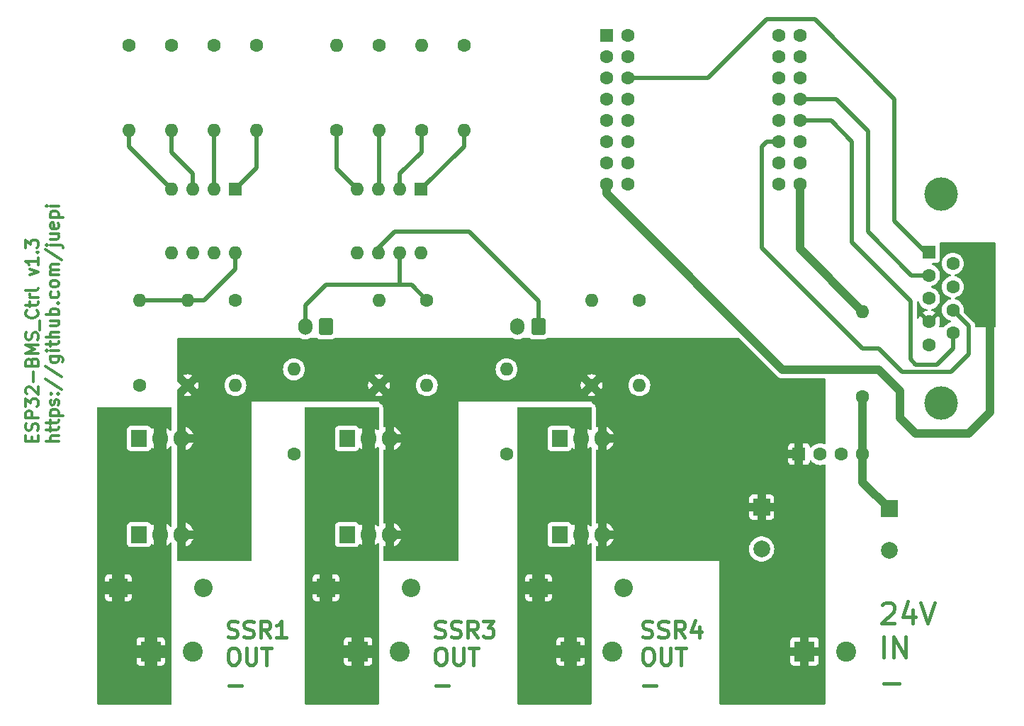
<source format=gtl>
G04 #@! TF.GenerationSoftware,KiCad,Pcbnew,7.0.1*
G04 #@! TF.CreationDate,2023-04-09T10:36:52+02:00*
G04 #@! TF.ProjectId,ESP32-BMS_Ctrl,45535033-322d-4424-9d53-5f4374726c2e,rev?*
G04 #@! TF.SameCoordinates,Original*
G04 #@! TF.FileFunction,Copper,L1,Top*
G04 #@! TF.FilePolarity,Positive*
%FSLAX46Y46*%
G04 Gerber Fmt 4.6, Leading zero omitted, Abs format (unit mm)*
G04 Created by KiCad (PCBNEW 7.0.1) date 2023-04-09 10:36:52*
%MOMM*%
%LPD*%
G01*
G04 APERTURE LIST*
G04 Aperture macros list*
%AMRoundRect*
0 Rectangle with rounded corners*
0 $1 Rounding radius*
0 $2 $3 $4 $5 $6 $7 $8 $9 X,Y pos of 4 corners*
0 Add a 4 corners polygon primitive as box body*
4,1,4,$2,$3,$4,$5,$6,$7,$8,$9,$2,$3,0*
0 Add four circle primitives for the rounded corners*
1,1,$1+$1,$2,$3*
1,1,$1+$1,$4,$5*
1,1,$1+$1,$6,$7*
1,1,$1+$1,$8,$9*
0 Add four rect primitives between the rounded corners*
20,1,$1+$1,$2,$3,$4,$5,0*
20,1,$1+$1,$4,$5,$6,$7,0*
20,1,$1+$1,$6,$7,$8,$9,0*
20,1,$1+$1,$8,$9,$2,$3,0*%
G04 Aperture macros list end*
%ADD10C,0.400000*%
G04 #@! TA.AperFunction,NonConductor*
%ADD11C,0.400000*%
G04 #@! TD*
%ADD12C,0.300000*%
G04 #@! TA.AperFunction,NonConductor*
%ADD13C,0.300000*%
G04 #@! TD*
G04 #@! TA.AperFunction,ComponentPad*
%ADD14RoundRect,0.250000X0.600000X0.750000X-0.600000X0.750000X-0.600000X-0.750000X0.600000X-0.750000X0*%
G04 #@! TD*
G04 #@! TA.AperFunction,ComponentPad*
%ADD15O,1.700000X2.000000*%
G04 #@! TD*
G04 #@! TA.AperFunction,ComponentPad*
%ADD16C,1.600000*%
G04 #@! TD*
G04 #@! TA.AperFunction,ComponentPad*
%ADD17O,1.600000X1.600000*%
G04 #@! TD*
G04 #@! TA.AperFunction,ComponentPad*
%ADD18R,2.200000X2.200000*%
G04 #@! TD*
G04 #@! TA.AperFunction,ComponentPad*
%ADD19O,2.200000X2.200000*%
G04 #@! TD*
G04 #@! TA.AperFunction,ComponentPad*
%ADD20R,2.000000X2.000000*%
G04 #@! TD*
G04 #@! TA.AperFunction,ComponentPad*
%ADD21C,2.000000*%
G04 #@! TD*
G04 #@! TA.AperFunction,ComponentPad*
%ADD22R,1.905000X2.000000*%
G04 #@! TD*
G04 #@! TA.AperFunction,ComponentPad*
%ADD23O,1.905000X2.000000*%
G04 #@! TD*
G04 #@! TA.AperFunction,ComponentPad*
%ADD24R,1.600000X1.600000*%
G04 #@! TD*
G04 #@! TA.AperFunction,ComponentPad*
%ADD25R,2.400000X2.400000*%
G04 #@! TD*
G04 #@! TA.AperFunction,ComponentPad*
%ADD26C,2.400000*%
G04 #@! TD*
G04 #@! TA.AperFunction,ComponentPad*
%ADD27C,4.000000*%
G04 #@! TD*
G04 #@! TA.AperFunction,Conductor*
%ADD28C,0.500000*%
G04 #@! TD*
G04 #@! TA.AperFunction,Conductor*
%ADD29C,1.000000*%
G04 #@! TD*
G04 APERTURE END LIST*
D10*
D11*
X146430952Y-123990000D02*
X146716666Y-124085238D01*
X146716666Y-124085238D02*
X147192857Y-124085238D01*
X147192857Y-124085238D02*
X147383333Y-123990000D01*
X147383333Y-123990000D02*
X147478571Y-123894761D01*
X147478571Y-123894761D02*
X147573809Y-123704285D01*
X147573809Y-123704285D02*
X147573809Y-123513809D01*
X147573809Y-123513809D02*
X147478571Y-123323333D01*
X147478571Y-123323333D02*
X147383333Y-123228095D01*
X147383333Y-123228095D02*
X147192857Y-123132857D01*
X147192857Y-123132857D02*
X146811904Y-123037619D01*
X146811904Y-123037619D02*
X146621428Y-122942380D01*
X146621428Y-122942380D02*
X146526190Y-122847142D01*
X146526190Y-122847142D02*
X146430952Y-122656666D01*
X146430952Y-122656666D02*
X146430952Y-122466190D01*
X146430952Y-122466190D02*
X146526190Y-122275714D01*
X146526190Y-122275714D02*
X146621428Y-122180476D01*
X146621428Y-122180476D02*
X146811904Y-122085238D01*
X146811904Y-122085238D02*
X147288095Y-122085238D01*
X147288095Y-122085238D02*
X147573809Y-122180476D01*
X148335714Y-123990000D02*
X148621428Y-124085238D01*
X148621428Y-124085238D02*
X149097619Y-124085238D01*
X149097619Y-124085238D02*
X149288095Y-123990000D01*
X149288095Y-123990000D02*
X149383333Y-123894761D01*
X149383333Y-123894761D02*
X149478571Y-123704285D01*
X149478571Y-123704285D02*
X149478571Y-123513809D01*
X149478571Y-123513809D02*
X149383333Y-123323333D01*
X149383333Y-123323333D02*
X149288095Y-123228095D01*
X149288095Y-123228095D02*
X149097619Y-123132857D01*
X149097619Y-123132857D02*
X148716666Y-123037619D01*
X148716666Y-123037619D02*
X148526190Y-122942380D01*
X148526190Y-122942380D02*
X148430952Y-122847142D01*
X148430952Y-122847142D02*
X148335714Y-122656666D01*
X148335714Y-122656666D02*
X148335714Y-122466190D01*
X148335714Y-122466190D02*
X148430952Y-122275714D01*
X148430952Y-122275714D02*
X148526190Y-122180476D01*
X148526190Y-122180476D02*
X148716666Y-122085238D01*
X148716666Y-122085238D02*
X149192857Y-122085238D01*
X149192857Y-122085238D02*
X149478571Y-122180476D01*
X151478571Y-124085238D02*
X150811904Y-123132857D01*
X150335714Y-124085238D02*
X150335714Y-122085238D01*
X150335714Y-122085238D02*
X151097619Y-122085238D01*
X151097619Y-122085238D02*
X151288095Y-122180476D01*
X151288095Y-122180476D02*
X151383333Y-122275714D01*
X151383333Y-122275714D02*
X151478571Y-122466190D01*
X151478571Y-122466190D02*
X151478571Y-122751904D01*
X151478571Y-122751904D02*
X151383333Y-122942380D01*
X151383333Y-122942380D02*
X151288095Y-123037619D01*
X151288095Y-123037619D02*
X151097619Y-123132857D01*
X151097619Y-123132857D02*
X150335714Y-123132857D01*
X152145238Y-122085238D02*
X153383333Y-122085238D01*
X153383333Y-122085238D02*
X152716666Y-122847142D01*
X152716666Y-122847142D02*
X153002381Y-122847142D01*
X153002381Y-122847142D02*
X153192857Y-122942380D01*
X153192857Y-122942380D02*
X153288095Y-123037619D01*
X153288095Y-123037619D02*
X153383333Y-123228095D01*
X153383333Y-123228095D02*
X153383333Y-123704285D01*
X153383333Y-123704285D02*
X153288095Y-123894761D01*
X153288095Y-123894761D02*
X153192857Y-123990000D01*
X153192857Y-123990000D02*
X153002381Y-124085238D01*
X153002381Y-124085238D02*
X152430952Y-124085238D01*
X152430952Y-124085238D02*
X152240476Y-123990000D01*
X152240476Y-123990000D02*
X152145238Y-123894761D01*
X146907142Y-125325238D02*
X147288095Y-125325238D01*
X147288095Y-125325238D02*
X147478571Y-125420476D01*
X147478571Y-125420476D02*
X147669047Y-125610952D01*
X147669047Y-125610952D02*
X147764285Y-125991904D01*
X147764285Y-125991904D02*
X147764285Y-126658571D01*
X147764285Y-126658571D02*
X147669047Y-127039523D01*
X147669047Y-127039523D02*
X147478571Y-127230000D01*
X147478571Y-127230000D02*
X147288095Y-127325238D01*
X147288095Y-127325238D02*
X146907142Y-127325238D01*
X146907142Y-127325238D02*
X146716666Y-127230000D01*
X146716666Y-127230000D02*
X146526190Y-127039523D01*
X146526190Y-127039523D02*
X146430952Y-126658571D01*
X146430952Y-126658571D02*
X146430952Y-125991904D01*
X146430952Y-125991904D02*
X146526190Y-125610952D01*
X146526190Y-125610952D02*
X146716666Y-125420476D01*
X146716666Y-125420476D02*
X146907142Y-125325238D01*
X148621428Y-125325238D02*
X148621428Y-126944285D01*
X148621428Y-126944285D02*
X148716666Y-127134761D01*
X148716666Y-127134761D02*
X148811904Y-127230000D01*
X148811904Y-127230000D02*
X149002380Y-127325238D01*
X149002380Y-127325238D02*
X149383333Y-127325238D01*
X149383333Y-127325238D02*
X149573809Y-127230000D01*
X149573809Y-127230000D02*
X149669047Y-127134761D01*
X149669047Y-127134761D02*
X149764285Y-126944285D01*
X149764285Y-126944285D02*
X149764285Y-125325238D01*
X150430952Y-125325238D02*
X151573809Y-125325238D01*
X151002380Y-127325238D02*
X151002380Y-125325238D01*
X146526190Y-129803333D02*
X148050000Y-129803333D01*
D12*
D13*
X98200714Y-100607857D02*
X98200714Y-100107857D01*
X98986428Y-99893571D02*
X98986428Y-100607857D01*
X98986428Y-100607857D02*
X97486428Y-100607857D01*
X97486428Y-100607857D02*
X97486428Y-99893571D01*
X98915000Y-99322142D02*
X98986428Y-99107857D01*
X98986428Y-99107857D02*
X98986428Y-98750714D01*
X98986428Y-98750714D02*
X98915000Y-98607857D01*
X98915000Y-98607857D02*
X98843571Y-98536428D01*
X98843571Y-98536428D02*
X98700714Y-98464999D01*
X98700714Y-98464999D02*
X98557857Y-98464999D01*
X98557857Y-98464999D02*
X98415000Y-98536428D01*
X98415000Y-98536428D02*
X98343571Y-98607857D01*
X98343571Y-98607857D02*
X98272142Y-98750714D01*
X98272142Y-98750714D02*
X98200714Y-99036428D01*
X98200714Y-99036428D02*
X98129285Y-99179285D01*
X98129285Y-99179285D02*
X98057857Y-99250714D01*
X98057857Y-99250714D02*
X97915000Y-99322142D01*
X97915000Y-99322142D02*
X97772142Y-99322142D01*
X97772142Y-99322142D02*
X97629285Y-99250714D01*
X97629285Y-99250714D02*
X97557857Y-99179285D01*
X97557857Y-99179285D02*
X97486428Y-99036428D01*
X97486428Y-99036428D02*
X97486428Y-98679285D01*
X97486428Y-98679285D02*
X97557857Y-98464999D01*
X98986428Y-97822143D02*
X97486428Y-97822143D01*
X97486428Y-97822143D02*
X97486428Y-97250714D01*
X97486428Y-97250714D02*
X97557857Y-97107857D01*
X97557857Y-97107857D02*
X97629285Y-97036428D01*
X97629285Y-97036428D02*
X97772142Y-96965000D01*
X97772142Y-96965000D02*
X97986428Y-96965000D01*
X97986428Y-96965000D02*
X98129285Y-97036428D01*
X98129285Y-97036428D02*
X98200714Y-97107857D01*
X98200714Y-97107857D02*
X98272142Y-97250714D01*
X98272142Y-97250714D02*
X98272142Y-97822143D01*
X97486428Y-96465000D02*
X97486428Y-95536428D01*
X97486428Y-95536428D02*
X98057857Y-96036428D01*
X98057857Y-96036428D02*
X98057857Y-95822143D01*
X98057857Y-95822143D02*
X98129285Y-95679286D01*
X98129285Y-95679286D02*
X98200714Y-95607857D01*
X98200714Y-95607857D02*
X98343571Y-95536428D01*
X98343571Y-95536428D02*
X98700714Y-95536428D01*
X98700714Y-95536428D02*
X98843571Y-95607857D01*
X98843571Y-95607857D02*
X98915000Y-95679286D01*
X98915000Y-95679286D02*
X98986428Y-95822143D01*
X98986428Y-95822143D02*
X98986428Y-96250714D01*
X98986428Y-96250714D02*
X98915000Y-96393571D01*
X98915000Y-96393571D02*
X98843571Y-96465000D01*
X97629285Y-94965000D02*
X97557857Y-94893572D01*
X97557857Y-94893572D02*
X97486428Y-94750715D01*
X97486428Y-94750715D02*
X97486428Y-94393572D01*
X97486428Y-94393572D02*
X97557857Y-94250715D01*
X97557857Y-94250715D02*
X97629285Y-94179286D01*
X97629285Y-94179286D02*
X97772142Y-94107857D01*
X97772142Y-94107857D02*
X97915000Y-94107857D01*
X97915000Y-94107857D02*
X98129285Y-94179286D01*
X98129285Y-94179286D02*
X98986428Y-95036429D01*
X98986428Y-95036429D02*
X98986428Y-94107857D01*
X98415000Y-93465001D02*
X98415000Y-92322144D01*
X98200714Y-91107858D02*
X98272142Y-90893572D01*
X98272142Y-90893572D02*
X98343571Y-90822143D01*
X98343571Y-90822143D02*
X98486428Y-90750715D01*
X98486428Y-90750715D02*
X98700714Y-90750715D01*
X98700714Y-90750715D02*
X98843571Y-90822143D01*
X98843571Y-90822143D02*
X98915000Y-90893572D01*
X98915000Y-90893572D02*
X98986428Y-91036429D01*
X98986428Y-91036429D02*
X98986428Y-91607858D01*
X98986428Y-91607858D02*
X97486428Y-91607858D01*
X97486428Y-91607858D02*
X97486428Y-91107858D01*
X97486428Y-91107858D02*
X97557857Y-90965001D01*
X97557857Y-90965001D02*
X97629285Y-90893572D01*
X97629285Y-90893572D02*
X97772142Y-90822143D01*
X97772142Y-90822143D02*
X97915000Y-90822143D01*
X97915000Y-90822143D02*
X98057857Y-90893572D01*
X98057857Y-90893572D02*
X98129285Y-90965001D01*
X98129285Y-90965001D02*
X98200714Y-91107858D01*
X98200714Y-91107858D02*
X98200714Y-91607858D01*
X98986428Y-90107858D02*
X97486428Y-90107858D01*
X97486428Y-90107858D02*
X98557857Y-89607858D01*
X98557857Y-89607858D02*
X97486428Y-89107858D01*
X97486428Y-89107858D02*
X98986428Y-89107858D01*
X98915000Y-88465000D02*
X98986428Y-88250715D01*
X98986428Y-88250715D02*
X98986428Y-87893572D01*
X98986428Y-87893572D02*
X98915000Y-87750715D01*
X98915000Y-87750715D02*
X98843571Y-87679286D01*
X98843571Y-87679286D02*
X98700714Y-87607857D01*
X98700714Y-87607857D02*
X98557857Y-87607857D01*
X98557857Y-87607857D02*
X98415000Y-87679286D01*
X98415000Y-87679286D02*
X98343571Y-87750715D01*
X98343571Y-87750715D02*
X98272142Y-87893572D01*
X98272142Y-87893572D02*
X98200714Y-88179286D01*
X98200714Y-88179286D02*
X98129285Y-88322143D01*
X98129285Y-88322143D02*
X98057857Y-88393572D01*
X98057857Y-88393572D02*
X97915000Y-88465000D01*
X97915000Y-88465000D02*
X97772142Y-88465000D01*
X97772142Y-88465000D02*
X97629285Y-88393572D01*
X97629285Y-88393572D02*
X97557857Y-88322143D01*
X97557857Y-88322143D02*
X97486428Y-88179286D01*
X97486428Y-88179286D02*
X97486428Y-87822143D01*
X97486428Y-87822143D02*
X97557857Y-87607857D01*
X99129285Y-87322144D02*
X99129285Y-86179286D01*
X98843571Y-84965001D02*
X98915000Y-85036429D01*
X98915000Y-85036429D02*
X98986428Y-85250715D01*
X98986428Y-85250715D02*
X98986428Y-85393572D01*
X98986428Y-85393572D02*
X98915000Y-85607858D01*
X98915000Y-85607858D02*
X98772142Y-85750715D01*
X98772142Y-85750715D02*
X98629285Y-85822144D01*
X98629285Y-85822144D02*
X98343571Y-85893572D01*
X98343571Y-85893572D02*
X98129285Y-85893572D01*
X98129285Y-85893572D02*
X97843571Y-85822144D01*
X97843571Y-85822144D02*
X97700714Y-85750715D01*
X97700714Y-85750715D02*
X97557857Y-85607858D01*
X97557857Y-85607858D02*
X97486428Y-85393572D01*
X97486428Y-85393572D02*
X97486428Y-85250715D01*
X97486428Y-85250715D02*
X97557857Y-85036429D01*
X97557857Y-85036429D02*
X97629285Y-84965001D01*
X97986428Y-84536429D02*
X97986428Y-83965001D01*
X97486428Y-84322144D02*
X98772142Y-84322144D01*
X98772142Y-84322144D02*
X98915000Y-84250715D01*
X98915000Y-84250715D02*
X98986428Y-84107858D01*
X98986428Y-84107858D02*
X98986428Y-83965001D01*
X98986428Y-83465001D02*
X97986428Y-83465001D01*
X98272142Y-83465001D02*
X98129285Y-83393572D01*
X98129285Y-83393572D02*
X98057857Y-83322144D01*
X98057857Y-83322144D02*
X97986428Y-83179286D01*
X97986428Y-83179286D02*
X97986428Y-83036429D01*
X98986428Y-82322144D02*
X98915000Y-82465001D01*
X98915000Y-82465001D02*
X98772142Y-82536430D01*
X98772142Y-82536430D02*
X97486428Y-82536430D01*
X97986428Y-80750716D02*
X98986428Y-80393573D01*
X98986428Y-80393573D02*
X97986428Y-80036430D01*
X98986428Y-78679287D02*
X98986428Y-79536430D01*
X98986428Y-79107859D02*
X97486428Y-79107859D01*
X97486428Y-79107859D02*
X97700714Y-79250716D01*
X97700714Y-79250716D02*
X97843571Y-79393573D01*
X97843571Y-79393573D02*
X97915000Y-79536430D01*
X98843571Y-78036431D02*
X98915000Y-77965002D01*
X98915000Y-77965002D02*
X98986428Y-78036431D01*
X98986428Y-78036431D02*
X98915000Y-78107859D01*
X98915000Y-78107859D02*
X98843571Y-78036431D01*
X98843571Y-78036431D02*
X98986428Y-78036431D01*
X97486428Y-77465002D02*
X97486428Y-76536430D01*
X97486428Y-76536430D02*
X98057857Y-77036430D01*
X98057857Y-77036430D02*
X98057857Y-76822145D01*
X98057857Y-76822145D02*
X98129285Y-76679288D01*
X98129285Y-76679288D02*
X98200714Y-76607859D01*
X98200714Y-76607859D02*
X98343571Y-76536430D01*
X98343571Y-76536430D02*
X98700714Y-76536430D01*
X98700714Y-76536430D02*
X98843571Y-76607859D01*
X98843571Y-76607859D02*
X98915000Y-76679288D01*
X98915000Y-76679288D02*
X98986428Y-76822145D01*
X98986428Y-76822145D02*
X98986428Y-77250716D01*
X98986428Y-77250716D02*
X98915000Y-77393573D01*
X98915000Y-77393573D02*
X98843571Y-77465002D01*
X101416428Y-100607857D02*
X99916428Y-100607857D01*
X101416428Y-99965000D02*
X100630714Y-99965000D01*
X100630714Y-99965000D02*
X100487857Y-100036428D01*
X100487857Y-100036428D02*
X100416428Y-100179285D01*
X100416428Y-100179285D02*
X100416428Y-100393571D01*
X100416428Y-100393571D02*
X100487857Y-100536428D01*
X100487857Y-100536428D02*
X100559285Y-100607857D01*
X100416428Y-99464999D02*
X100416428Y-98893571D01*
X99916428Y-99250714D02*
X101202142Y-99250714D01*
X101202142Y-99250714D02*
X101345000Y-99179285D01*
X101345000Y-99179285D02*
X101416428Y-99036428D01*
X101416428Y-99036428D02*
X101416428Y-98893571D01*
X100416428Y-98607856D02*
X100416428Y-98036428D01*
X99916428Y-98393571D02*
X101202142Y-98393571D01*
X101202142Y-98393571D02*
X101345000Y-98322142D01*
X101345000Y-98322142D02*
X101416428Y-98179285D01*
X101416428Y-98179285D02*
X101416428Y-98036428D01*
X100416428Y-97536428D02*
X101916428Y-97536428D01*
X100487857Y-97536428D02*
X100416428Y-97393571D01*
X100416428Y-97393571D02*
X100416428Y-97107856D01*
X100416428Y-97107856D02*
X100487857Y-96964999D01*
X100487857Y-96964999D02*
X100559285Y-96893571D01*
X100559285Y-96893571D02*
X100702142Y-96822142D01*
X100702142Y-96822142D02*
X101130714Y-96822142D01*
X101130714Y-96822142D02*
X101273571Y-96893571D01*
X101273571Y-96893571D02*
X101345000Y-96964999D01*
X101345000Y-96964999D02*
X101416428Y-97107856D01*
X101416428Y-97107856D02*
X101416428Y-97393571D01*
X101416428Y-97393571D02*
X101345000Y-97536428D01*
X101345000Y-96250713D02*
X101416428Y-96107856D01*
X101416428Y-96107856D02*
X101416428Y-95822142D01*
X101416428Y-95822142D02*
X101345000Y-95679285D01*
X101345000Y-95679285D02*
X101202142Y-95607856D01*
X101202142Y-95607856D02*
X101130714Y-95607856D01*
X101130714Y-95607856D02*
X100987857Y-95679285D01*
X100987857Y-95679285D02*
X100916428Y-95822142D01*
X100916428Y-95822142D02*
X100916428Y-96036428D01*
X100916428Y-96036428D02*
X100845000Y-96179285D01*
X100845000Y-96179285D02*
X100702142Y-96250713D01*
X100702142Y-96250713D02*
X100630714Y-96250713D01*
X100630714Y-96250713D02*
X100487857Y-96179285D01*
X100487857Y-96179285D02*
X100416428Y-96036428D01*
X100416428Y-96036428D02*
X100416428Y-95822142D01*
X100416428Y-95822142D02*
X100487857Y-95679285D01*
X101273571Y-94964999D02*
X101345000Y-94893570D01*
X101345000Y-94893570D02*
X101416428Y-94964999D01*
X101416428Y-94964999D02*
X101345000Y-95036427D01*
X101345000Y-95036427D02*
X101273571Y-94964999D01*
X101273571Y-94964999D02*
X101416428Y-94964999D01*
X100487857Y-94964999D02*
X100559285Y-94893570D01*
X100559285Y-94893570D02*
X100630714Y-94964999D01*
X100630714Y-94964999D02*
X100559285Y-95036427D01*
X100559285Y-95036427D02*
X100487857Y-94964999D01*
X100487857Y-94964999D02*
X100630714Y-94964999D01*
X99845000Y-93179284D02*
X101773571Y-94464998D01*
X99845000Y-91607855D02*
X101773571Y-92893569D01*
X100416428Y-90464998D02*
X101630714Y-90464998D01*
X101630714Y-90464998D02*
X101773571Y-90536426D01*
X101773571Y-90536426D02*
X101845000Y-90607855D01*
X101845000Y-90607855D02*
X101916428Y-90750712D01*
X101916428Y-90750712D02*
X101916428Y-90964998D01*
X101916428Y-90964998D02*
X101845000Y-91107855D01*
X101345000Y-90464998D02*
X101416428Y-90607855D01*
X101416428Y-90607855D02*
X101416428Y-90893569D01*
X101416428Y-90893569D02*
X101345000Y-91036426D01*
X101345000Y-91036426D02*
X101273571Y-91107855D01*
X101273571Y-91107855D02*
X101130714Y-91179283D01*
X101130714Y-91179283D02*
X100702142Y-91179283D01*
X100702142Y-91179283D02*
X100559285Y-91107855D01*
X100559285Y-91107855D02*
X100487857Y-91036426D01*
X100487857Y-91036426D02*
X100416428Y-90893569D01*
X100416428Y-90893569D02*
X100416428Y-90607855D01*
X100416428Y-90607855D02*
X100487857Y-90464998D01*
X101416428Y-89750712D02*
X100416428Y-89750712D01*
X99916428Y-89750712D02*
X99987857Y-89822140D01*
X99987857Y-89822140D02*
X100059285Y-89750712D01*
X100059285Y-89750712D02*
X99987857Y-89679283D01*
X99987857Y-89679283D02*
X99916428Y-89750712D01*
X99916428Y-89750712D02*
X100059285Y-89750712D01*
X100416428Y-89250711D02*
X100416428Y-88679283D01*
X99916428Y-89036426D02*
X101202142Y-89036426D01*
X101202142Y-89036426D02*
X101345000Y-88964997D01*
X101345000Y-88964997D02*
X101416428Y-88822140D01*
X101416428Y-88822140D02*
X101416428Y-88679283D01*
X101416428Y-88179283D02*
X99916428Y-88179283D01*
X101416428Y-87536426D02*
X100630714Y-87536426D01*
X100630714Y-87536426D02*
X100487857Y-87607854D01*
X100487857Y-87607854D02*
X100416428Y-87750711D01*
X100416428Y-87750711D02*
X100416428Y-87964997D01*
X100416428Y-87964997D02*
X100487857Y-88107854D01*
X100487857Y-88107854D02*
X100559285Y-88179283D01*
X100416428Y-86179283D02*
X101416428Y-86179283D01*
X100416428Y-86822140D02*
X101202142Y-86822140D01*
X101202142Y-86822140D02*
X101345000Y-86750711D01*
X101345000Y-86750711D02*
X101416428Y-86607854D01*
X101416428Y-86607854D02*
X101416428Y-86393568D01*
X101416428Y-86393568D02*
X101345000Y-86250711D01*
X101345000Y-86250711D02*
X101273571Y-86179283D01*
X101416428Y-85464997D02*
X99916428Y-85464997D01*
X100487857Y-85464997D02*
X100416428Y-85322140D01*
X100416428Y-85322140D02*
X100416428Y-85036425D01*
X100416428Y-85036425D02*
X100487857Y-84893568D01*
X100487857Y-84893568D02*
X100559285Y-84822140D01*
X100559285Y-84822140D02*
X100702142Y-84750711D01*
X100702142Y-84750711D02*
X101130714Y-84750711D01*
X101130714Y-84750711D02*
X101273571Y-84822140D01*
X101273571Y-84822140D02*
X101345000Y-84893568D01*
X101345000Y-84893568D02*
X101416428Y-85036425D01*
X101416428Y-85036425D02*
X101416428Y-85322140D01*
X101416428Y-85322140D02*
X101345000Y-85464997D01*
X101273571Y-84107854D02*
X101345000Y-84036425D01*
X101345000Y-84036425D02*
X101416428Y-84107854D01*
X101416428Y-84107854D02*
X101345000Y-84179282D01*
X101345000Y-84179282D02*
X101273571Y-84107854D01*
X101273571Y-84107854D02*
X101416428Y-84107854D01*
X101345000Y-82750711D02*
X101416428Y-82893568D01*
X101416428Y-82893568D02*
X101416428Y-83179282D01*
X101416428Y-83179282D02*
X101345000Y-83322139D01*
X101345000Y-83322139D02*
X101273571Y-83393568D01*
X101273571Y-83393568D02*
X101130714Y-83464996D01*
X101130714Y-83464996D02*
X100702142Y-83464996D01*
X100702142Y-83464996D02*
X100559285Y-83393568D01*
X100559285Y-83393568D02*
X100487857Y-83322139D01*
X100487857Y-83322139D02*
X100416428Y-83179282D01*
X100416428Y-83179282D02*
X100416428Y-82893568D01*
X100416428Y-82893568D02*
X100487857Y-82750711D01*
X101416428Y-81893568D02*
X101345000Y-82036425D01*
X101345000Y-82036425D02*
X101273571Y-82107854D01*
X101273571Y-82107854D02*
X101130714Y-82179282D01*
X101130714Y-82179282D02*
X100702142Y-82179282D01*
X100702142Y-82179282D02*
X100559285Y-82107854D01*
X100559285Y-82107854D02*
X100487857Y-82036425D01*
X100487857Y-82036425D02*
X100416428Y-81893568D01*
X100416428Y-81893568D02*
X100416428Y-81679282D01*
X100416428Y-81679282D02*
X100487857Y-81536425D01*
X100487857Y-81536425D02*
X100559285Y-81464997D01*
X100559285Y-81464997D02*
X100702142Y-81393568D01*
X100702142Y-81393568D02*
X101130714Y-81393568D01*
X101130714Y-81393568D02*
X101273571Y-81464997D01*
X101273571Y-81464997D02*
X101345000Y-81536425D01*
X101345000Y-81536425D02*
X101416428Y-81679282D01*
X101416428Y-81679282D02*
X101416428Y-81893568D01*
X101416428Y-80750711D02*
X100416428Y-80750711D01*
X100559285Y-80750711D02*
X100487857Y-80679282D01*
X100487857Y-80679282D02*
X100416428Y-80536425D01*
X100416428Y-80536425D02*
X100416428Y-80322139D01*
X100416428Y-80322139D02*
X100487857Y-80179282D01*
X100487857Y-80179282D02*
X100630714Y-80107854D01*
X100630714Y-80107854D02*
X101416428Y-80107854D01*
X100630714Y-80107854D02*
X100487857Y-80036425D01*
X100487857Y-80036425D02*
X100416428Y-79893568D01*
X100416428Y-79893568D02*
X100416428Y-79679282D01*
X100416428Y-79679282D02*
X100487857Y-79536425D01*
X100487857Y-79536425D02*
X100630714Y-79464996D01*
X100630714Y-79464996D02*
X101416428Y-79464996D01*
X99845000Y-77679282D02*
X101773571Y-78964996D01*
X100416428Y-77179282D02*
X101702142Y-77179282D01*
X101702142Y-77179282D02*
X101845000Y-77250710D01*
X101845000Y-77250710D02*
X101916428Y-77393567D01*
X101916428Y-77393567D02*
X101916428Y-77464996D01*
X99916428Y-77179282D02*
X99987857Y-77250710D01*
X99987857Y-77250710D02*
X100059285Y-77179282D01*
X100059285Y-77179282D02*
X99987857Y-77107853D01*
X99987857Y-77107853D02*
X99916428Y-77179282D01*
X99916428Y-77179282D02*
X100059285Y-77179282D01*
X100416428Y-75822139D02*
X101416428Y-75822139D01*
X100416428Y-76464996D02*
X101202142Y-76464996D01*
X101202142Y-76464996D02*
X101345000Y-76393567D01*
X101345000Y-76393567D02*
X101416428Y-76250710D01*
X101416428Y-76250710D02*
X101416428Y-76036424D01*
X101416428Y-76036424D02*
X101345000Y-75893567D01*
X101345000Y-75893567D02*
X101273571Y-75822139D01*
X101345000Y-74536424D02*
X101416428Y-74679281D01*
X101416428Y-74679281D02*
X101416428Y-74964996D01*
X101416428Y-74964996D02*
X101345000Y-75107853D01*
X101345000Y-75107853D02*
X101202142Y-75179281D01*
X101202142Y-75179281D02*
X100630714Y-75179281D01*
X100630714Y-75179281D02*
X100487857Y-75107853D01*
X100487857Y-75107853D02*
X100416428Y-74964996D01*
X100416428Y-74964996D02*
X100416428Y-74679281D01*
X100416428Y-74679281D02*
X100487857Y-74536424D01*
X100487857Y-74536424D02*
X100630714Y-74464996D01*
X100630714Y-74464996D02*
X100773571Y-74464996D01*
X100773571Y-74464996D02*
X100916428Y-75179281D01*
X100416428Y-73822139D02*
X101916428Y-73822139D01*
X100487857Y-73822139D02*
X100416428Y-73679282D01*
X100416428Y-73679282D02*
X100416428Y-73393567D01*
X100416428Y-73393567D02*
X100487857Y-73250710D01*
X100487857Y-73250710D02*
X100559285Y-73179282D01*
X100559285Y-73179282D02*
X100702142Y-73107853D01*
X100702142Y-73107853D02*
X101130714Y-73107853D01*
X101130714Y-73107853D02*
X101273571Y-73179282D01*
X101273571Y-73179282D02*
X101345000Y-73250710D01*
X101345000Y-73250710D02*
X101416428Y-73393567D01*
X101416428Y-73393567D02*
X101416428Y-73679282D01*
X101416428Y-73679282D02*
X101345000Y-73822139D01*
X101416428Y-72464996D02*
X100416428Y-72464996D01*
X99916428Y-72464996D02*
X99987857Y-72536424D01*
X99987857Y-72536424D02*
X100059285Y-72464996D01*
X100059285Y-72464996D02*
X99987857Y-72393567D01*
X99987857Y-72393567D02*
X99916428Y-72464996D01*
X99916428Y-72464996D02*
X100059285Y-72464996D01*
D10*
D11*
X171195952Y-123990000D02*
X171481666Y-124085238D01*
X171481666Y-124085238D02*
X171957857Y-124085238D01*
X171957857Y-124085238D02*
X172148333Y-123990000D01*
X172148333Y-123990000D02*
X172243571Y-123894761D01*
X172243571Y-123894761D02*
X172338809Y-123704285D01*
X172338809Y-123704285D02*
X172338809Y-123513809D01*
X172338809Y-123513809D02*
X172243571Y-123323333D01*
X172243571Y-123323333D02*
X172148333Y-123228095D01*
X172148333Y-123228095D02*
X171957857Y-123132857D01*
X171957857Y-123132857D02*
X171576904Y-123037619D01*
X171576904Y-123037619D02*
X171386428Y-122942380D01*
X171386428Y-122942380D02*
X171291190Y-122847142D01*
X171291190Y-122847142D02*
X171195952Y-122656666D01*
X171195952Y-122656666D02*
X171195952Y-122466190D01*
X171195952Y-122466190D02*
X171291190Y-122275714D01*
X171291190Y-122275714D02*
X171386428Y-122180476D01*
X171386428Y-122180476D02*
X171576904Y-122085238D01*
X171576904Y-122085238D02*
X172053095Y-122085238D01*
X172053095Y-122085238D02*
X172338809Y-122180476D01*
X173100714Y-123990000D02*
X173386428Y-124085238D01*
X173386428Y-124085238D02*
X173862619Y-124085238D01*
X173862619Y-124085238D02*
X174053095Y-123990000D01*
X174053095Y-123990000D02*
X174148333Y-123894761D01*
X174148333Y-123894761D02*
X174243571Y-123704285D01*
X174243571Y-123704285D02*
X174243571Y-123513809D01*
X174243571Y-123513809D02*
X174148333Y-123323333D01*
X174148333Y-123323333D02*
X174053095Y-123228095D01*
X174053095Y-123228095D02*
X173862619Y-123132857D01*
X173862619Y-123132857D02*
X173481666Y-123037619D01*
X173481666Y-123037619D02*
X173291190Y-122942380D01*
X173291190Y-122942380D02*
X173195952Y-122847142D01*
X173195952Y-122847142D02*
X173100714Y-122656666D01*
X173100714Y-122656666D02*
X173100714Y-122466190D01*
X173100714Y-122466190D02*
X173195952Y-122275714D01*
X173195952Y-122275714D02*
X173291190Y-122180476D01*
X173291190Y-122180476D02*
X173481666Y-122085238D01*
X173481666Y-122085238D02*
X173957857Y-122085238D01*
X173957857Y-122085238D02*
X174243571Y-122180476D01*
X176243571Y-124085238D02*
X175576904Y-123132857D01*
X175100714Y-124085238D02*
X175100714Y-122085238D01*
X175100714Y-122085238D02*
X175862619Y-122085238D01*
X175862619Y-122085238D02*
X176053095Y-122180476D01*
X176053095Y-122180476D02*
X176148333Y-122275714D01*
X176148333Y-122275714D02*
X176243571Y-122466190D01*
X176243571Y-122466190D02*
X176243571Y-122751904D01*
X176243571Y-122751904D02*
X176148333Y-122942380D01*
X176148333Y-122942380D02*
X176053095Y-123037619D01*
X176053095Y-123037619D02*
X175862619Y-123132857D01*
X175862619Y-123132857D02*
X175100714Y-123132857D01*
X177957857Y-122751904D02*
X177957857Y-124085238D01*
X177481666Y-121990000D02*
X177005476Y-123418571D01*
X177005476Y-123418571D02*
X178243571Y-123418571D01*
X171672142Y-125325238D02*
X172053095Y-125325238D01*
X172053095Y-125325238D02*
X172243571Y-125420476D01*
X172243571Y-125420476D02*
X172434047Y-125610952D01*
X172434047Y-125610952D02*
X172529285Y-125991904D01*
X172529285Y-125991904D02*
X172529285Y-126658571D01*
X172529285Y-126658571D02*
X172434047Y-127039523D01*
X172434047Y-127039523D02*
X172243571Y-127230000D01*
X172243571Y-127230000D02*
X172053095Y-127325238D01*
X172053095Y-127325238D02*
X171672142Y-127325238D01*
X171672142Y-127325238D02*
X171481666Y-127230000D01*
X171481666Y-127230000D02*
X171291190Y-127039523D01*
X171291190Y-127039523D02*
X171195952Y-126658571D01*
X171195952Y-126658571D02*
X171195952Y-125991904D01*
X171195952Y-125991904D02*
X171291190Y-125610952D01*
X171291190Y-125610952D02*
X171481666Y-125420476D01*
X171481666Y-125420476D02*
X171672142Y-125325238D01*
X173386428Y-125325238D02*
X173386428Y-126944285D01*
X173386428Y-126944285D02*
X173481666Y-127134761D01*
X173481666Y-127134761D02*
X173576904Y-127230000D01*
X173576904Y-127230000D02*
X173767380Y-127325238D01*
X173767380Y-127325238D02*
X174148333Y-127325238D01*
X174148333Y-127325238D02*
X174338809Y-127230000D01*
X174338809Y-127230000D02*
X174434047Y-127134761D01*
X174434047Y-127134761D02*
X174529285Y-126944285D01*
X174529285Y-126944285D02*
X174529285Y-125325238D01*
X175195952Y-125325238D02*
X176338809Y-125325238D01*
X175767380Y-127325238D02*
X175767380Y-125325238D01*
X171291190Y-129803333D02*
X172815000Y-129803333D01*
D10*
D11*
X199866190Y-120142142D02*
X199985238Y-120023095D01*
X199985238Y-120023095D02*
X200223333Y-119904047D01*
X200223333Y-119904047D02*
X200818571Y-119904047D01*
X200818571Y-119904047D02*
X201056666Y-120023095D01*
X201056666Y-120023095D02*
X201175714Y-120142142D01*
X201175714Y-120142142D02*
X201294761Y-120380238D01*
X201294761Y-120380238D02*
X201294761Y-120618333D01*
X201294761Y-120618333D02*
X201175714Y-120975476D01*
X201175714Y-120975476D02*
X199747142Y-122404047D01*
X199747142Y-122404047D02*
X201294761Y-122404047D01*
X203437618Y-120737380D02*
X203437618Y-122404047D01*
X202842380Y-119785000D02*
X202247142Y-121570714D01*
X202247142Y-121570714D02*
X203794761Y-121570714D01*
X204389999Y-119904047D02*
X205223332Y-122404047D01*
X205223332Y-122404047D02*
X206056665Y-119904047D01*
X199985238Y-126454047D02*
X199985238Y-123954047D01*
X201175714Y-126454047D02*
X201175714Y-123954047D01*
X201175714Y-123954047D02*
X202604285Y-126454047D01*
X202604285Y-126454047D02*
X202604285Y-123954047D01*
X199985238Y-129551666D02*
X201890000Y-129551666D01*
D10*
D11*
X121665952Y-123990000D02*
X121951666Y-124085238D01*
X121951666Y-124085238D02*
X122427857Y-124085238D01*
X122427857Y-124085238D02*
X122618333Y-123990000D01*
X122618333Y-123990000D02*
X122713571Y-123894761D01*
X122713571Y-123894761D02*
X122808809Y-123704285D01*
X122808809Y-123704285D02*
X122808809Y-123513809D01*
X122808809Y-123513809D02*
X122713571Y-123323333D01*
X122713571Y-123323333D02*
X122618333Y-123228095D01*
X122618333Y-123228095D02*
X122427857Y-123132857D01*
X122427857Y-123132857D02*
X122046904Y-123037619D01*
X122046904Y-123037619D02*
X121856428Y-122942380D01*
X121856428Y-122942380D02*
X121761190Y-122847142D01*
X121761190Y-122847142D02*
X121665952Y-122656666D01*
X121665952Y-122656666D02*
X121665952Y-122466190D01*
X121665952Y-122466190D02*
X121761190Y-122275714D01*
X121761190Y-122275714D02*
X121856428Y-122180476D01*
X121856428Y-122180476D02*
X122046904Y-122085238D01*
X122046904Y-122085238D02*
X122523095Y-122085238D01*
X122523095Y-122085238D02*
X122808809Y-122180476D01*
X123570714Y-123990000D02*
X123856428Y-124085238D01*
X123856428Y-124085238D02*
X124332619Y-124085238D01*
X124332619Y-124085238D02*
X124523095Y-123990000D01*
X124523095Y-123990000D02*
X124618333Y-123894761D01*
X124618333Y-123894761D02*
X124713571Y-123704285D01*
X124713571Y-123704285D02*
X124713571Y-123513809D01*
X124713571Y-123513809D02*
X124618333Y-123323333D01*
X124618333Y-123323333D02*
X124523095Y-123228095D01*
X124523095Y-123228095D02*
X124332619Y-123132857D01*
X124332619Y-123132857D02*
X123951666Y-123037619D01*
X123951666Y-123037619D02*
X123761190Y-122942380D01*
X123761190Y-122942380D02*
X123665952Y-122847142D01*
X123665952Y-122847142D02*
X123570714Y-122656666D01*
X123570714Y-122656666D02*
X123570714Y-122466190D01*
X123570714Y-122466190D02*
X123665952Y-122275714D01*
X123665952Y-122275714D02*
X123761190Y-122180476D01*
X123761190Y-122180476D02*
X123951666Y-122085238D01*
X123951666Y-122085238D02*
X124427857Y-122085238D01*
X124427857Y-122085238D02*
X124713571Y-122180476D01*
X126713571Y-124085238D02*
X126046904Y-123132857D01*
X125570714Y-124085238D02*
X125570714Y-122085238D01*
X125570714Y-122085238D02*
X126332619Y-122085238D01*
X126332619Y-122085238D02*
X126523095Y-122180476D01*
X126523095Y-122180476D02*
X126618333Y-122275714D01*
X126618333Y-122275714D02*
X126713571Y-122466190D01*
X126713571Y-122466190D02*
X126713571Y-122751904D01*
X126713571Y-122751904D02*
X126618333Y-122942380D01*
X126618333Y-122942380D02*
X126523095Y-123037619D01*
X126523095Y-123037619D02*
X126332619Y-123132857D01*
X126332619Y-123132857D02*
X125570714Y-123132857D01*
X128618333Y-124085238D02*
X127475476Y-124085238D01*
X128046904Y-124085238D02*
X128046904Y-122085238D01*
X128046904Y-122085238D02*
X127856428Y-122370952D01*
X127856428Y-122370952D02*
X127665952Y-122561428D01*
X127665952Y-122561428D02*
X127475476Y-122656666D01*
X122142142Y-125325238D02*
X122523095Y-125325238D01*
X122523095Y-125325238D02*
X122713571Y-125420476D01*
X122713571Y-125420476D02*
X122904047Y-125610952D01*
X122904047Y-125610952D02*
X122999285Y-125991904D01*
X122999285Y-125991904D02*
X122999285Y-126658571D01*
X122999285Y-126658571D02*
X122904047Y-127039523D01*
X122904047Y-127039523D02*
X122713571Y-127230000D01*
X122713571Y-127230000D02*
X122523095Y-127325238D01*
X122523095Y-127325238D02*
X122142142Y-127325238D01*
X122142142Y-127325238D02*
X121951666Y-127230000D01*
X121951666Y-127230000D02*
X121761190Y-127039523D01*
X121761190Y-127039523D02*
X121665952Y-126658571D01*
X121665952Y-126658571D02*
X121665952Y-125991904D01*
X121665952Y-125991904D02*
X121761190Y-125610952D01*
X121761190Y-125610952D02*
X121951666Y-125420476D01*
X121951666Y-125420476D02*
X122142142Y-125325238D01*
X123856428Y-125325238D02*
X123856428Y-126944285D01*
X123856428Y-126944285D02*
X123951666Y-127134761D01*
X123951666Y-127134761D02*
X124046904Y-127230000D01*
X124046904Y-127230000D02*
X124237380Y-127325238D01*
X124237380Y-127325238D02*
X124618333Y-127325238D01*
X124618333Y-127325238D02*
X124808809Y-127230000D01*
X124808809Y-127230000D02*
X124904047Y-127134761D01*
X124904047Y-127134761D02*
X124999285Y-126944285D01*
X124999285Y-126944285D02*
X124999285Y-125325238D01*
X125665952Y-125325238D02*
X126808809Y-125325238D01*
X126237380Y-127325238D02*
X126237380Y-125325238D01*
X121761190Y-129803333D02*
X123285000Y-129803333D01*
D14*
X133390000Y-86926000D03*
D15*
X130890000Y-86926000D03*
D16*
X139700000Y-53271000D03*
D17*
X139700000Y-63431000D03*
D18*
X158750000Y-118110000D03*
D19*
X168910000Y-118110000D03*
D20*
X200660000Y-108665000D03*
D21*
X200660000Y-113665000D03*
D20*
X185420000Y-108492677D03*
D21*
X185420000Y-113492677D03*
D16*
X145415000Y-83751000D03*
D17*
X145415000Y-93911000D03*
D22*
X135890000Y-111760000D03*
D23*
X138430000Y-111760000D03*
X140970000Y-111760000D03*
D16*
X129540000Y-102166000D03*
D17*
X129540000Y-92006000D03*
D16*
X170815000Y-83751000D03*
D17*
X170815000Y-93911000D03*
D24*
X144740000Y-70485000D03*
D17*
X142200000Y-70485000D03*
X139660000Y-70485000D03*
X137120000Y-70485000D03*
X137120000Y-78105000D03*
X139660000Y-78105000D03*
X142200000Y-78105000D03*
X144740000Y-78105000D03*
D18*
X133350000Y-118110000D03*
D19*
X143510000Y-118110000D03*
D16*
X154940000Y-102166000D03*
D17*
X154940000Y-92006000D03*
D14*
X158750000Y-86926000D03*
D15*
X156250000Y-86926000D03*
D16*
X139700000Y-93911000D03*
D17*
X139700000Y-83751000D03*
D22*
X135890000Y-100261000D03*
D23*
X138430000Y-100261000D03*
X140970000Y-100261000D03*
D16*
X125095000Y-53271000D03*
D17*
X125095000Y-63431000D03*
D16*
X149860000Y-53271000D03*
D17*
X149860000Y-63431000D03*
D22*
X111045000Y-111760000D03*
D23*
X113585000Y-111760000D03*
X116125000Y-111760000D03*
D16*
X134620000Y-63431000D03*
D17*
X134620000Y-53271000D03*
D25*
X112435000Y-125730000D03*
D26*
X117435000Y-125730000D03*
D16*
X197485000Y-95250000D03*
D17*
X197485000Y-85090000D03*
D22*
X161290000Y-111760000D03*
D23*
X163830000Y-111760000D03*
X166370000Y-111760000D03*
D22*
X111045000Y-100261000D03*
D23*
X113585000Y-100261000D03*
X116125000Y-100261000D03*
D16*
X109855000Y-53271000D03*
D17*
X109855000Y-63431000D03*
D27*
X206844669Y-96030000D03*
X206844669Y-71030000D03*
D24*
X205424669Y-77990000D03*
D16*
X205424669Y-80760000D03*
X205424669Y-83530000D03*
X205424669Y-86300000D03*
X205424669Y-89070000D03*
X208264669Y-79375000D03*
X208264669Y-82145000D03*
X208264669Y-84915000D03*
X208264669Y-87685000D03*
D25*
X162600000Y-125730000D03*
D26*
X167600000Y-125730000D03*
D25*
X190540000Y-125730000D03*
D26*
X195540000Y-125730000D03*
D18*
X108545000Y-118110000D03*
D19*
X118705000Y-118110000D03*
D22*
X161290000Y-100261000D03*
D23*
X163830000Y-100261000D03*
X166370000Y-100261000D03*
D24*
X189865000Y-102142677D03*
D16*
X192405000Y-102142677D03*
X194945000Y-102142677D03*
X197485000Y-102142677D03*
X122555000Y-83751000D03*
D17*
X122555000Y-93911000D03*
D16*
X144780000Y-63431000D03*
D17*
X144780000Y-53271000D03*
D24*
X166860000Y-52105000D03*
D16*
X169400000Y-52105000D03*
X169400000Y-54645000D03*
X166860000Y-54645000D03*
X169400000Y-57185000D03*
X166860000Y-57185000D03*
X169400000Y-59725000D03*
X166860000Y-59725000D03*
X169400000Y-62265000D03*
X166860000Y-62265000D03*
X169400000Y-64805000D03*
X166860000Y-64805000D03*
X166860000Y-67345000D03*
X169400000Y-67345000D03*
X169400000Y-69885000D03*
X166860000Y-69885000D03*
X187430000Y-67345000D03*
X189970000Y-67345000D03*
X189970000Y-69885000D03*
X187430000Y-69885000D03*
X189970000Y-64805000D03*
X187430000Y-64805000D03*
X189970000Y-62265000D03*
X187430000Y-62265000D03*
X189970000Y-59725000D03*
X187430000Y-59725000D03*
X189970000Y-57185000D03*
X187430000Y-57185000D03*
X189970000Y-54645000D03*
X187430000Y-54645000D03*
X189970000Y-52105000D03*
X187430000Y-52105000D03*
D24*
X122555000Y-70485000D03*
D17*
X120015000Y-70485000D03*
X117475000Y-70485000D03*
X114935000Y-70485000D03*
X114935000Y-78105000D03*
X117475000Y-78105000D03*
X120015000Y-78105000D03*
X122555000Y-78105000D03*
D16*
X116840000Y-93911000D03*
D17*
X116840000Y-83751000D03*
D16*
X165100000Y-93911000D03*
D17*
X165100000Y-83751000D03*
D16*
X114935000Y-53271000D03*
D17*
X114935000Y-63431000D03*
D16*
X111085000Y-93911000D03*
D17*
X111085000Y-83751000D03*
D16*
X120015000Y-53271000D03*
D17*
X120015000Y-63431000D03*
D25*
X137200000Y-125730000D03*
D26*
X142200000Y-125730000D03*
D28*
X191770000Y-50165000D02*
X186055000Y-50165000D01*
X186055000Y-50165000D02*
X179035000Y-57185000D01*
X201295000Y-74295000D02*
X201295000Y-59690000D01*
X201295000Y-59690000D02*
X191770000Y-50165000D01*
X204990000Y-77990000D02*
X201295000Y-74295000D01*
X179035000Y-57185000D02*
X169400000Y-57185000D01*
X205424669Y-77990000D02*
X204990000Y-77990000D01*
D29*
X212725000Y-97155000D02*
X212725000Y-78740000D01*
X210185000Y-99695000D02*
X212725000Y-97155000D01*
X187918630Y-92075000D02*
X199390000Y-92075000D01*
X203835000Y-99695000D02*
X210185000Y-99695000D01*
X166860000Y-69885000D02*
X166860000Y-71016370D01*
X199390000Y-92075000D02*
X201930000Y-94615000D01*
X166860000Y-71016370D02*
X187918630Y-92075000D01*
X201930000Y-97790000D02*
X203835000Y-99695000D01*
X201930000Y-94615000D02*
X201930000Y-97790000D01*
D28*
X143579000Y-81915000D02*
X145415000Y-83751000D01*
X142240000Y-81915000D02*
X143579000Y-81915000D01*
X130890000Y-86926000D02*
X130890000Y-84375000D01*
X142200000Y-78105000D02*
X142200000Y-81875000D01*
X130890000Y-84375000D02*
X133350000Y-81915000D01*
X142200000Y-81875000D02*
X142240000Y-81915000D01*
X133350000Y-81915000D02*
X142240000Y-81915000D01*
X150495000Y-75565000D02*
X141605000Y-75565000D01*
X141605000Y-75565000D02*
X139660000Y-77510000D01*
X158750000Y-86926000D02*
X158750000Y-83820000D01*
X139660000Y-77510000D02*
X139660000Y-78105000D01*
X158750000Y-83820000D02*
X150495000Y-75565000D01*
X189970000Y-59725000D02*
X194345000Y-59725000D01*
X194345000Y-59725000D02*
X198120000Y-63500000D01*
X198120000Y-63500000D02*
X198120000Y-75565000D01*
X203315000Y-80760000D02*
X205424669Y-80760000D01*
X198120000Y-75565000D02*
X203315000Y-80760000D01*
X185420000Y-65405000D02*
X185420000Y-77470000D01*
X187430000Y-64805000D02*
X186020000Y-64805000D01*
X197485000Y-89535000D02*
X199390000Y-89535000D01*
X210185000Y-86835331D02*
X208264669Y-84915000D01*
X185420000Y-77470000D02*
X197485000Y-89535000D01*
X210185000Y-90170000D02*
X210185000Y-86835331D01*
X186020000Y-64805000D02*
X185420000Y-65405000D01*
X208015000Y-92340000D02*
X210185000Y-90170000D01*
X202195000Y-92340000D02*
X208015000Y-92340000D01*
X199390000Y-89535000D02*
X202195000Y-92340000D01*
X203200000Y-83820000D02*
X203200000Y-90805000D01*
X193710000Y-62265000D02*
X196215000Y-64770000D01*
X208264669Y-89519669D02*
X208264669Y-87685000D01*
X203835000Y-91440000D02*
X206375000Y-91440000D01*
X203200000Y-90805000D02*
X203835000Y-91440000D01*
X196215000Y-64770000D02*
X196215000Y-76835000D01*
X206375000Y-91440000D02*
X208280000Y-89535000D01*
X196215000Y-76835000D02*
X203200000Y-83820000D01*
X208280000Y-89535000D02*
X208264669Y-89519669D01*
X189970000Y-62265000D02*
X193710000Y-62265000D01*
X116840000Y-83751000D02*
X118814000Y-83751000D01*
X118814000Y-83751000D02*
X122555000Y-80010000D01*
X122555000Y-80010000D02*
X122555000Y-78105000D01*
X111085000Y-83751000D02*
X116840000Y-83751000D01*
X120015000Y-63431000D02*
X120015000Y-70485000D01*
X144780000Y-63431000D02*
X144780000Y-66040000D01*
X142200000Y-68620000D02*
X142200000Y-70485000D01*
X144780000Y-66040000D02*
X142200000Y-68620000D01*
X134620000Y-63431000D02*
X134620000Y-67985000D01*
X134620000Y-67985000D02*
X137120000Y-70485000D01*
X125095000Y-67945000D02*
X122555000Y-70485000D01*
X125095000Y-63431000D02*
X125095000Y-67945000D01*
X149860000Y-63431000D02*
X149860000Y-65365000D01*
X149860000Y-65365000D02*
X144740000Y-70485000D01*
X139700000Y-63431000D02*
X139700000Y-70445000D01*
X114935000Y-66040000D02*
X117475000Y-68580000D01*
X117475000Y-68580000D02*
X117475000Y-70485000D01*
X114935000Y-63431000D02*
X114935000Y-66040000D01*
X109855000Y-63431000D02*
X109855000Y-65405000D01*
X109855000Y-65405000D02*
X114935000Y-70485000D01*
D29*
X189970000Y-77575000D02*
X189970000Y-69885000D01*
X197485000Y-85090000D02*
X189970000Y-77575000D01*
X197485000Y-102142677D02*
X197485000Y-105490000D01*
X197485000Y-102142677D02*
X197485000Y-95250000D01*
X197485000Y-105490000D02*
X200660000Y-108665000D01*
G04 #@! TA.AperFunction,Conductor*
G36*
X165038000Y-96536613D02*
G01*
X165083387Y-96582000D01*
X165100000Y-96644000D01*
X165100000Y-99130700D01*
X165086016Y-99187906D01*
X165047217Y-99232209D01*
X164992355Y-99253617D01*
X164933804Y-99247300D01*
X164884771Y-99214683D01*
X164817125Y-99141201D01*
X164627162Y-98993345D01*
X164580001Y-98967823D01*
X164580000Y-98967825D01*
X164580000Y-101554176D01*
X164580001Y-101554176D01*
X164627162Y-101528654D01*
X164817125Y-101380798D01*
X164884771Y-101307317D01*
X164933804Y-101274700D01*
X164992355Y-101268383D01*
X165047217Y-101289791D01*
X165086016Y-101334094D01*
X165100000Y-101391300D01*
X165100000Y-110629700D01*
X165086016Y-110686906D01*
X165047217Y-110731209D01*
X164992355Y-110752617D01*
X164933804Y-110746300D01*
X164884771Y-110713683D01*
X164817125Y-110640201D01*
X164627162Y-110492345D01*
X164580001Y-110466823D01*
X164580000Y-110466825D01*
X164580000Y-113053176D01*
X164580001Y-113053176D01*
X164627162Y-113027654D01*
X164817125Y-112879798D01*
X164884771Y-112806317D01*
X164933804Y-112773700D01*
X164992355Y-112767383D01*
X165047217Y-112788791D01*
X165086016Y-112833094D01*
X165100000Y-112890300D01*
X165100000Y-131955500D01*
X165083387Y-132017500D01*
X165038000Y-132062887D01*
X164976000Y-132079500D01*
X156334000Y-132079500D01*
X156272000Y-132062887D01*
X156226613Y-132017500D01*
X156210000Y-131955500D01*
X156210000Y-126480000D01*
X160900000Y-126480000D01*
X160900000Y-126977824D01*
X160906402Y-127037375D01*
X160956647Y-127172089D01*
X161042811Y-127287188D01*
X161157910Y-127373352D01*
X161292624Y-127423597D01*
X161352176Y-127430000D01*
X161850000Y-127430000D01*
X161850000Y-126480000D01*
X163350000Y-126480000D01*
X163350000Y-127430000D01*
X163847824Y-127430000D01*
X163907375Y-127423597D01*
X164042089Y-127373352D01*
X164157188Y-127287188D01*
X164243352Y-127172089D01*
X164293597Y-127037375D01*
X164300000Y-126977824D01*
X164300000Y-126480000D01*
X163350000Y-126480000D01*
X161850000Y-126480000D01*
X160900000Y-126480000D01*
X156210000Y-126480000D01*
X156210000Y-124980000D01*
X160900000Y-124980000D01*
X161850000Y-124980000D01*
X161850000Y-124030000D01*
X163350000Y-124030000D01*
X163350000Y-124980000D01*
X164300000Y-124980000D01*
X164300000Y-124482176D01*
X164293597Y-124422624D01*
X164243352Y-124287910D01*
X164157188Y-124172811D01*
X164042089Y-124086647D01*
X163907375Y-124036402D01*
X163847824Y-124030000D01*
X163350000Y-124030000D01*
X161850000Y-124030000D01*
X161352176Y-124030000D01*
X161292624Y-124036402D01*
X161157910Y-124086647D01*
X161042811Y-124172811D01*
X160956647Y-124287910D01*
X160906402Y-124422624D01*
X160900000Y-124482176D01*
X160900000Y-124980000D01*
X156210000Y-124980000D01*
X156210000Y-118860000D01*
X157150000Y-118860000D01*
X157150000Y-119257824D01*
X157156402Y-119317375D01*
X157206647Y-119452089D01*
X157292811Y-119567188D01*
X157407910Y-119653352D01*
X157542624Y-119703597D01*
X157602176Y-119710000D01*
X158000000Y-119710000D01*
X158000000Y-118860000D01*
X159500000Y-118860000D01*
X159500000Y-119710000D01*
X159897824Y-119710000D01*
X159957375Y-119703597D01*
X160092089Y-119653352D01*
X160207188Y-119567188D01*
X160293352Y-119452089D01*
X160343597Y-119317375D01*
X160350000Y-119257824D01*
X160350000Y-118860000D01*
X159500000Y-118860000D01*
X158000000Y-118860000D01*
X157150000Y-118860000D01*
X156210000Y-118860000D01*
X156210000Y-117360000D01*
X157150000Y-117360000D01*
X158000000Y-117360000D01*
X158000000Y-116510000D01*
X159500000Y-116510000D01*
X159500000Y-117360000D01*
X160350000Y-117360000D01*
X160350000Y-116962176D01*
X160343597Y-116902624D01*
X160293352Y-116767910D01*
X160207188Y-116652811D01*
X160092089Y-116566647D01*
X159957375Y-116516402D01*
X159897824Y-116510000D01*
X159500000Y-116510000D01*
X158000000Y-116510000D01*
X157602176Y-116510000D01*
X157542624Y-116516402D01*
X157407910Y-116566647D01*
X157292811Y-116652811D01*
X157206647Y-116767910D01*
X157156402Y-116902624D01*
X157150000Y-116962176D01*
X157150000Y-117360000D01*
X156210000Y-117360000D01*
X156210000Y-112807869D01*
X159837000Y-112807869D01*
X159843409Y-112867484D01*
X159861757Y-112916676D01*
X159893704Y-113002331D01*
X159979954Y-113117546D01*
X160095169Y-113203796D01*
X160230017Y-113254091D01*
X160289627Y-113260500D01*
X162290372Y-113260499D01*
X162349983Y-113254091D01*
X162484831Y-113203796D01*
X162600046Y-113117546D01*
X162686296Y-113002331D01*
X162697909Y-112971194D01*
X162730021Y-112923379D01*
X162780274Y-112895229D01*
X162837824Y-112892822D01*
X162890253Y-112916676D01*
X163032837Y-113027654D01*
X163079998Y-113053176D01*
X163080000Y-113053176D01*
X163080000Y-110466825D01*
X163079998Y-110466823D01*
X163032837Y-110492345D01*
X162890252Y-110603324D01*
X162837824Y-110627177D01*
X162780274Y-110624770D01*
X162730021Y-110596621D01*
X162697909Y-110548805D01*
X162686296Y-110517669D01*
X162600046Y-110402454D01*
X162484831Y-110316204D01*
X162349983Y-110265909D01*
X162290373Y-110259500D01*
X162290369Y-110259500D01*
X160289630Y-110259500D01*
X160230015Y-110265909D01*
X160095169Y-110316204D01*
X159979954Y-110402454D01*
X159893704Y-110517668D01*
X159843409Y-110652516D01*
X159837000Y-110712130D01*
X159837000Y-112807869D01*
X156210000Y-112807869D01*
X156210000Y-102467368D01*
X156214225Y-102435274D01*
X156225635Y-102392692D01*
X156245468Y-102166000D01*
X156225635Y-101939308D01*
X156214224Y-101896724D01*
X156210000Y-101864632D01*
X156210000Y-101308869D01*
X159837000Y-101308869D01*
X159843409Y-101368484D01*
X159861757Y-101417676D01*
X159893704Y-101503331D01*
X159979954Y-101618546D01*
X160095169Y-101704796D01*
X160230017Y-101755091D01*
X160289627Y-101761500D01*
X162290372Y-101761499D01*
X162349983Y-101755091D01*
X162484831Y-101704796D01*
X162600046Y-101618546D01*
X162686296Y-101503331D01*
X162697909Y-101472194D01*
X162730021Y-101424379D01*
X162780274Y-101396229D01*
X162837824Y-101393822D01*
X162890253Y-101417676D01*
X163032837Y-101528654D01*
X163079998Y-101554176D01*
X163080000Y-101554176D01*
X163080000Y-98967825D01*
X163079998Y-98967823D01*
X163032837Y-98993345D01*
X162890252Y-99104324D01*
X162837824Y-99128177D01*
X162780274Y-99125770D01*
X162730021Y-99097621D01*
X162697909Y-99049805D01*
X162686296Y-99018669D01*
X162600046Y-98903454D01*
X162484831Y-98817204D01*
X162349983Y-98766909D01*
X162290373Y-98760500D01*
X162290369Y-98760500D01*
X160289630Y-98760500D01*
X160230015Y-98766909D01*
X160095169Y-98817204D01*
X159979954Y-98903454D01*
X159893704Y-99018668D01*
X159843409Y-99153516D01*
X159837000Y-99213130D01*
X159837000Y-101308869D01*
X156210000Y-101308869D01*
X156210000Y-96644000D01*
X156226613Y-96582000D01*
X156272000Y-96536613D01*
X156334000Y-96520000D01*
X164976000Y-96520000D01*
X165038000Y-96536613D01*
G37*
G04 #@! TD.AperFunction*
G04 #@! TA.AperFunction,Conductor*
G36*
X114873000Y-96536613D02*
G01*
X114918387Y-96582000D01*
X114935000Y-96644000D01*
X114935000Y-99217602D01*
X114921016Y-99274808D01*
X114882217Y-99319111D01*
X114827355Y-99340519D01*
X114768804Y-99334202D01*
X114719771Y-99301585D01*
X114572125Y-99141201D01*
X114382162Y-98993345D01*
X114335001Y-98967823D01*
X114335000Y-98967825D01*
X114335000Y-101554176D01*
X114335001Y-101554176D01*
X114382162Y-101528654D01*
X114572122Y-101380801D01*
X114719770Y-101220414D01*
X114768804Y-101187797D01*
X114827355Y-101181480D01*
X114882217Y-101202888D01*
X114921016Y-101247191D01*
X114935000Y-101304397D01*
X114935000Y-110716602D01*
X114921016Y-110773808D01*
X114882217Y-110818111D01*
X114827355Y-110839519D01*
X114768804Y-110833202D01*
X114719771Y-110800585D01*
X114572125Y-110640201D01*
X114382162Y-110492345D01*
X114335001Y-110466823D01*
X114335000Y-110466825D01*
X114335000Y-113053176D01*
X114335001Y-113053176D01*
X114382162Y-113027654D01*
X114572122Y-112879801D01*
X114719770Y-112719414D01*
X114768804Y-112686797D01*
X114827355Y-112680480D01*
X114882217Y-112701888D01*
X114921016Y-112746191D01*
X114935000Y-112803397D01*
X114935000Y-131955500D01*
X114918387Y-132017500D01*
X114873000Y-132062887D01*
X114811000Y-132079500D01*
X106169000Y-132079500D01*
X106107000Y-132062887D01*
X106061613Y-132017500D01*
X106045000Y-131955500D01*
X106045000Y-126480000D01*
X110735000Y-126480000D01*
X110735000Y-126977824D01*
X110741402Y-127037375D01*
X110791647Y-127172089D01*
X110877811Y-127287188D01*
X110992910Y-127373352D01*
X111127624Y-127423597D01*
X111187176Y-127430000D01*
X111685000Y-127430000D01*
X111685000Y-126480000D01*
X113185000Y-126480000D01*
X113185000Y-127430000D01*
X113682824Y-127430000D01*
X113742375Y-127423597D01*
X113877089Y-127373352D01*
X113992188Y-127287188D01*
X114078352Y-127172089D01*
X114128597Y-127037375D01*
X114135000Y-126977824D01*
X114135000Y-126480000D01*
X113185000Y-126480000D01*
X111685000Y-126480000D01*
X110735000Y-126480000D01*
X106045000Y-126480000D01*
X106045000Y-124980000D01*
X110735000Y-124980000D01*
X111685000Y-124980000D01*
X111685000Y-124030000D01*
X113185000Y-124030000D01*
X113185000Y-124980000D01*
X114135000Y-124980000D01*
X114135000Y-124482176D01*
X114128597Y-124422624D01*
X114078352Y-124287910D01*
X113992188Y-124172811D01*
X113877089Y-124086647D01*
X113742375Y-124036402D01*
X113682824Y-124030000D01*
X113185000Y-124030000D01*
X111685000Y-124030000D01*
X111187176Y-124030000D01*
X111127624Y-124036402D01*
X110992910Y-124086647D01*
X110877811Y-124172811D01*
X110791647Y-124287910D01*
X110741402Y-124422624D01*
X110735000Y-124482176D01*
X110735000Y-124980000D01*
X106045000Y-124980000D01*
X106045000Y-118860000D01*
X106945000Y-118860000D01*
X106945000Y-119257824D01*
X106951402Y-119317375D01*
X107001647Y-119452089D01*
X107087811Y-119567188D01*
X107202910Y-119653352D01*
X107337624Y-119703597D01*
X107397176Y-119710000D01*
X107795000Y-119710000D01*
X107795000Y-118860000D01*
X109295000Y-118860000D01*
X109295000Y-119710000D01*
X109692824Y-119710000D01*
X109752375Y-119703597D01*
X109887089Y-119653352D01*
X110002188Y-119567188D01*
X110088352Y-119452089D01*
X110138597Y-119317375D01*
X110145000Y-119257824D01*
X110145000Y-118860000D01*
X109295000Y-118860000D01*
X107795000Y-118860000D01*
X106945000Y-118860000D01*
X106045000Y-118860000D01*
X106045000Y-117360000D01*
X106945000Y-117360000D01*
X107795000Y-117360000D01*
X107795000Y-116510000D01*
X109295000Y-116510000D01*
X109295000Y-117360000D01*
X110145000Y-117360000D01*
X110145000Y-116962176D01*
X110138597Y-116902624D01*
X110088352Y-116767910D01*
X110002188Y-116652811D01*
X109887089Y-116566647D01*
X109752375Y-116516402D01*
X109692824Y-116510000D01*
X109295000Y-116510000D01*
X107795000Y-116510000D01*
X107397176Y-116510000D01*
X107337624Y-116516402D01*
X107202910Y-116566647D01*
X107087811Y-116652811D01*
X107001647Y-116767910D01*
X106951402Y-116902624D01*
X106945000Y-116962176D01*
X106945000Y-117360000D01*
X106045000Y-117360000D01*
X106045000Y-112807869D01*
X109592000Y-112807869D01*
X109598409Y-112867484D01*
X109616757Y-112916676D01*
X109648704Y-113002331D01*
X109734954Y-113117546D01*
X109850169Y-113203796D01*
X109985017Y-113254091D01*
X110044627Y-113260500D01*
X112045372Y-113260499D01*
X112104983Y-113254091D01*
X112239831Y-113203796D01*
X112355046Y-113117546D01*
X112441296Y-113002331D01*
X112452909Y-112971194D01*
X112485021Y-112923379D01*
X112535274Y-112895229D01*
X112592824Y-112892822D01*
X112645253Y-112916676D01*
X112787837Y-113027654D01*
X112834998Y-113053176D01*
X112835000Y-113053176D01*
X112835000Y-110466825D01*
X112834998Y-110466823D01*
X112787837Y-110492345D01*
X112645252Y-110603324D01*
X112592824Y-110627177D01*
X112535274Y-110624770D01*
X112485021Y-110596621D01*
X112452909Y-110548805D01*
X112441296Y-110517669D01*
X112355046Y-110402454D01*
X112239831Y-110316204D01*
X112104983Y-110265909D01*
X112045373Y-110259500D01*
X112045369Y-110259500D01*
X110044630Y-110259500D01*
X109985015Y-110265909D01*
X109850169Y-110316204D01*
X109734954Y-110402454D01*
X109648704Y-110517668D01*
X109598409Y-110652516D01*
X109592000Y-110712130D01*
X109592000Y-112807869D01*
X106045000Y-112807869D01*
X106045000Y-101308869D01*
X109592000Y-101308869D01*
X109598409Y-101368484D01*
X109616757Y-101417676D01*
X109648704Y-101503331D01*
X109734954Y-101618546D01*
X109850169Y-101704796D01*
X109985017Y-101755091D01*
X110044627Y-101761500D01*
X112045372Y-101761499D01*
X112104983Y-101755091D01*
X112239831Y-101704796D01*
X112355046Y-101618546D01*
X112441296Y-101503331D01*
X112452909Y-101472194D01*
X112485021Y-101424379D01*
X112535274Y-101396229D01*
X112592824Y-101393822D01*
X112645253Y-101417676D01*
X112787837Y-101528654D01*
X112834998Y-101554176D01*
X112835000Y-101554176D01*
X112835000Y-98967825D01*
X112834998Y-98967823D01*
X112787837Y-98993345D01*
X112645252Y-99104324D01*
X112592824Y-99128177D01*
X112535274Y-99125770D01*
X112485021Y-99097621D01*
X112452909Y-99049805D01*
X112441296Y-99018669D01*
X112355046Y-98903454D01*
X112239831Y-98817204D01*
X112104983Y-98766909D01*
X112045373Y-98760500D01*
X112045369Y-98760500D01*
X110044630Y-98760500D01*
X109985015Y-98766909D01*
X109850169Y-98817204D01*
X109734954Y-98903454D01*
X109648704Y-99018668D01*
X109598409Y-99153516D01*
X109592000Y-99213130D01*
X109592000Y-101308869D01*
X106045000Y-101308869D01*
X106045000Y-96644000D01*
X106061613Y-96582000D01*
X106107000Y-96536613D01*
X106169000Y-96520000D01*
X114811000Y-96520000D01*
X114873000Y-96536613D01*
G37*
G04 #@! TD.AperFunction*
G04 #@! TA.AperFunction,Conductor*
G36*
X213298000Y-76851613D02*
G01*
X213343387Y-76897000D01*
X213360000Y-76959000D01*
X213360000Y-86871000D01*
X213343387Y-86933000D01*
X213298000Y-86978387D01*
X213236000Y-86995000D01*
X211063606Y-86995000D01*
X211012019Y-86983760D01*
X210969785Y-86952077D01*
X210944559Y-86905696D01*
X210942206Y-86871688D01*
X210941552Y-86871746D01*
X210939287Y-86845861D01*
X210935971Y-86807964D01*
X210935500Y-86797158D01*
X210935500Y-86791623D01*
X210935500Y-86791622D01*
X210931893Y-86760767D01*
X210931537Y-86757287D01*
X210924998Y-86682534D01*
X210924888Y-86681274D01*
X210920674Y-86662266D01*
X210920241Y-86661076D01*
X210894567Y-86590538D01*
X210893399Y-86587175D01*
X210886340Y-86565872D01*
X210869814Y-86515997D01*
X210869811Y-86515993D01*
X210869416Y-86514799D01*
X210860929Y-86497267D01*
X210860237Y-86496215D01*
X210860237Y-86496214D01*
X210818999Y-86433515D01*
X210817087Y-86430512D01*
X210810464Y-86419775D01*
X210804849Y-86410671D01*
X210777050Y-86365601D01*
X210764750Y-86350503D01*
X210709290Y-86298179D01*
X210706703Y-86295666D01*
X209591385Y-85180348D01*
X209562544Y-85135077D01*
X209555538Y-85081861D01*
X209570137Y-84915000D01*
X209550304Y-84688308D01*
X209491408Y-84468504D01*
X209395237Y-84262266D01*
X209339549Y-84182735D01*
X209264715Y-84075859D01*
X209103809Y-83914953D01*
X208917404Y-83784432D01*
X208711166Y-83688261D01*
X208567532Y-83649774D01*
X208511944Y-83617680D01*
X208479851Y-83562092D01*
X208479851Y-83497905D01*
X208511945Y-83442317D01*
X208567530Y-83410225D01*
X208711165Y-83371739D01*
X208917403Y-83275568D01*
X209103808Y-83145047D01*
X209264716Y-82984139D01*
X209395237Y-82797734D01*
X209491408Y-82591496D01*
X209550304Y-82371692D01*
X209570137Y-82145000D01*
X209550304Y-81918308D01*
X209491408Y-81698504D01*
X209395237Y-81492266D01*
X209379674Y-81470040D01*
X209264715Y-81305859D01*
X209103809Y-81144953D01*
X208917404Y-81014432D01*
X208711165Y-80918261D01*
X208567533Y-80879775D01*
X208511945Y-80847681D01*
X208479851Y-80792094D01*
X208479851Y-80727906D01*
X208511945Y-80672319D01*
X208567533Y-80640225D01*
X208582971Y-80636088D01*
X208711165Y-80601739D01*
X208917403Y-80505568D01*
X209103808Y-80375047D01*
X209264716Y-80214139D01*
X209395237Y-80027734D01*
X209491408Y-79821496D01*
X209550304Y-79601692D01*
X209570137Y-79375000D01*
X209550304Y-79148308D01*
X209491408Y-78928504D01*
X209395237Y-78722266D01*
X209264716Y-78535861D01*
X209264715Y-78535859D01*
X209103809Y-78374953D01*
X208917404Y-78244432D01*
X208711166Y-78148261D01*
X208491358Y-78089364D01*
X208264668Y-78069531D01*
X208037979Y-78089364D01*
X207818171Y-78148261D01*
X207611933Y-78244432D01*
X207425528Y-78374953D01*
X207264622Y-78535859D01*
X207134101Y-78722264D01*
X207037930Y-78928502D01*
X206979033Y-79148310D01*
X206959200Y-79375000D01*
X206979033Y-79601689D01*
X207037930Y-79821497D01*
X207134101Y-80027735D01*
X207264622Y-80214140D01*
X207425528Y-80375046D01*
X207611933Y-80505567D01*
X207611934Y-80505567D01*
X207611935Y-80505568D01*
X207818173Y-80601739D01*
X207932211Y-80632295D01*
X207961805Y-80640225D01*
X208017392Y-80672319D01*
X208049486Y-80727906D01*
X208049486Y-80792094D01*
X208017392Y-80847681D01*
X207961805Y-80879775D01*
X207818171Y-80918261D01*
X207611933Y-81014432D01*
X207425528Y-81144953D01*
X207264622Y-81305859D01*
X207134101Y-81492264D01*
X207037930Y-81698502D01*
X206979033Y-81918310D01*
X206959200Y-82144999D01*
X206979033Y-82371689D01*
X207037930Y-82591497D01*
X207134101Y-82797735D01*
X207264622Y-82984140D01*
X207425528Y-83145046D01*
X207611933Y-83275567D01*
X207611934Y-83275567D01*
X207611935Y-83275568D01*
X207818173Y-83371739D01*
X207961805Y-83410225D01*
X208017392Y-83442317D01*
X208049486Y-83497905D01*
X208049486Y-83562092D01*
X208017393Y-83617680D01*
X207961805Y-83649774D01*
X207818171Y-83688261D01*
X207611933Y-83784432D01*
X207425528Y-83914953D01*
X207264622Y-84075859D01*
X207134101Y-84262264D01*
X207037930Y-84468502D01*
X206979033Y-84688310D01*
X206959200Y-84914999D01*
X206979033Y-85141689D01*
X207037930Y-85361497D01*
X207134101Y-85567735D01*
X207264622Y-85754140D01*
X207425528Y-85915046D01*
X207611933Y-86045567D01*
X207611934Y-86045567D01*
X207611935Y-86045568D01*
X207818173Y-86141739D01*
X207932211Y-86172295D01*
X207961805Y-86180225D01*
X208017392Y-86212319D01*
X208049486Y-86267906D01*
X208049486Y-86332094D01*
X208017392Y-86387681D01*
X207961805Y-86419775D01*
X207818171Y-86458261D01*
X207611933Y-86554432D01*
X207425528Y-86684953D01*
X207264622Y-86845859D01*
X207197219Y-86942123D01*
X207152901Y-86980989D01*
X207095644Y-86995000D01*
X206729618Y-86995000D01*
X206669975Y-86979714D01*
X206625037Y-86937625D01*
X206605883Y-86879110D01*
X206617236Y-86818595D01*
X206650935Y-86746326D01*
X206709810Y-86526602D01*
X206729635Y-86300000D01*
X206709810Y-86073397D01*
X206650935Y-85853673D01*
X206554802Y-85647515D01*
X206503694Y-85574526D01*
X205512349Y-86565872D01*
X205456762Y-86597966D01*
X205392574Y-86597966D01*
X205336987Y-86565872D01*
X204345642Y-85574527D01*
X204294534Y-85647516D01*
X204198402Y-85853674D01*
X204194275Y-85869077D01*
X204165923Y-85920757D01*
X204116911Y-85953506D01*
X204058315Y-85959923D01*
X204003377Y-85938559D01*
X203964511Y-85894241D01*
X203950500Y-85836984D01*
X203950500Y-83994949D01*
X203964511Y-83937692D01*
X204003376Y-83893374D01*
X204058315Y-83872010D01*
X204116910Y-83878427D01*
X204165922Y-83911176D01*
X204194275Y-83962855D01*
X204197930Y-83976497D01*
X204294101Y-84182735D01*
X204424622Y-84369140D01*
X204585528Y-84530046D01*
X204771933Y-84660567D01*
X204771934Y-84660567D01*
X204771935Y-84660568D01*
X204978173Y-84756739D01*
X205122769Y-84795483D01*
X205178357Y-84827576D01*
X205210451Y-84883164D01*
X205210451Y-84947351D01*
X205178358Y-85002939D01*
X205122771Y-85035033D01*
X204978340Y-85073734D01*
X204772185Y-85169865D01*
X204699196Y-85220973D01*
X204699195Y-85220973D01*
X205424669Y-85946446D01*
X205424670Y-85946446D01*
X206150141Y-85220974D01*
X206150140Y-85220972D01*
X206077153Y-85169866D01*
X205870995Y-85073733D01*
X205726567Y-85035033D01*
X205670979Y-85002939D01*
X205638886Y-84947351D01*
X205638886Y-84883164D01*
X205670980Y-84827576D01*
X205726566Y-84795483D01*
X205871165Y-84756739D01*
X206077403Y-84660568D01*
X206263808Y-84530047D01*
X206424716Y-84369139D01*
X206555237Y-84182734D01*
X206651408Y-83976496D01*
X206710304Y-83756692D01*
X206730137Y-83530000D01*
X206710304Y-83303308D01*
X206651408Y-83083504D01*
X206555237Y-82877266D01*
X206499549Y-82797735D01*
X206424715Y-82690859D01*
X206263809Y-82529953D01*
X206077404Y-82399432D01*
X205871165Y-82303261D01*
X205727533Y-82264775D01*
X205671945Y-82232681D01*
X205639851Y-82177094D01*
X205639851Y-82112906D01*
X205671945Y-82057319D01*
X205727533Y-82025225D01*
X205742971Y-82021088D01*
X205871165Y-81986739D01*
X206077403Y-81890568D01*
X206263808Y-81760047D01*
X206424716Y-81599139D01*
X206555237Y-81412734D01*
X206651408Y-81206496D01*
X206710304Y-80986692D01*
X206730137Y-80760000D01*
X206710304Y-80533308D01*
X206651408Y-80313504D01*
X206555237Y-80107266D01*
X206499549Y-80027735D01*
X206424715Y-79920859D01*
X206263809Y-79759953D01*
X206077404Y-79629432D01*
X205861333Y-79528676D01*
X205862027Y-79527186D01*
X205823266Y-79505921D01*
X205790517Y-79456909D01*
X205784100Y-79398314D01*
X205805464Y-79343375D01*
X205849782Y-79304510D01*
X205907038Y-79290499D01*
X206272541Y-79290499D01*
X206332152Y-79284091D01*
X206467000Y-79233796D01*
X206582215Y-79147546D01*
X206668465Y-79032331D01*
X206718760Y-78897483D01*
X206725169Y-78837873D01*
X206725168Y-77142128D01*
X206718760Y-77082517D01*
X206688852Y-77002331D01*
X206682002Y-76943547D01*
X206703179Y-76888280D01*
X206747560Y-76849124D01*
X206805035Y-76835000D01*
X213236000Y-76835000D01*
X213298000Y-76851613D01*
G37*
G04 #@! TD.AperFunction*
G04 #@! TA.AperFunction,Conductor*
G36*
X139638000Y-96536613D02*
G01*
X139683387Y-96582000D01*
X139700000Y-96644000D01*
X139700000Y-99130700D01*
X139686016Y-99187906D01*
X139647217Y-99232209D01*
X139592355Y-99253617D01*
X139533804Y-99247300D01*
X139484771Y-99214683D01*
X139417125Y-99141201D01*
X139227162Y-98993345D01*
X139180001Y-98967823D01*
X139180000Y-98967825D01*
X139180000Y-101554176D01*
X139180001Y-101554176D01*
X139227162Y-101528654D01*
X139417125Y-101380798D01*
X139484771Y-101307317D01*
X139533804Y-101274700D01*
X139592355Y-101268383D01*
X139647217Y-101289791D01*
X139686016Y-101334094D01*
X139700000Y-101391300D01*
X139700000Y-110629700D01*
X139686016Y-110686906D01*
X139647217Y-110731209D01*
X139592355Y-110752617D01*
X139533804Y-110746300D01*
X139484771Y-110713683D01*
X139417125Y-110640201D01*
X139227162Y-110492345D01*
X139180001Y-110466823D01*
X139180000Y-110466825D01*
X139180000Y-113053176D01*
X139180001Y-113053176D01*
X139227162Y-113027654D01*
X139417125Y-112879798D01*
X139484771Y-112806317D01*
X139533804Y-112773700D01*
X139592355Y-112767383D01*
X139647217Y-112788791D01*
X139686016Y-112833094D01*
X139700000Y-112890300D01*
X139700000Y-131955500D01*
X139683387Y-132017500D01*
X139638000Y-132062887D01*
X139576000Y-132079500D01*
X130934000Y-132079500D01*
X130872000Y-132062887D01*
X130826613Y-132017500D01*
X130810000Y-131955500D01*
X130810000Y-126480000D01*
X135500000Y-126480000D01*
X135500000Y-126977824D01*
X135506402Y-127037375D01*
X135556647Y-127172089D01*
X135642811Y-127287188D01*
X135757910Y-127373352D01*
X135892624Y-127423597D01*
X135952176Y-127430000D01*
X136450000Y-127430000D01*
X136450000Y-126480000D01*
X137950000Y-126480000D01*
X137950000Y-127430000D01*
X138447824Y-127430000D01*
X138507375Y-127423597D01*
X138642089Y-127373352D01*
X138757188Y-127287188D01*
X138843352Y-127172089D01*
X138893597Y-127037375D01*
X138900000Y-126977824D01*
X138900000Y-126480000D01*
X137950000Y-126480000D01*
X136450000Y-126480000D01*
X135500000Y-126480000D01*
X130810000Y-126480000D01*
X130810000Y-124980000D01*
X135500000Y-124980000D01*
X136450000Y-124980000D01*
X136450000Y-124030000D01*
X137950000Y-124030000D01*
X137950000Y-124980000D01*
X138900000Y-124980000D01*
X138900000Y-124482176D01*
X138893597Y-124422624D01*
X138843352Y-124287910D01*
X138757188Y-124172811D01*
X138642089Y-124086647D01*
X138507375Y-124036402D01*
X138447824Y-124030000D01*
X137950000Y-124030000D01*
X136450000Y-124030000D01*
X135952176Y-124030000D01*
X135892624Y-124036402D01*
X135757910Y-124086647D01*
X135642811Y-124172811D01*
X135556647Y-124287910D01*
X135506402Y-124422624D01*
X135500000Y-124482176D01*
X135500000Y-124980000D01*
X130810000Y-124980000D01*
X130810000Y-118860000D01*
X131750000Y-118860000D01*
X131750000Y-119257824D01*
X131756402Y-119317375D01*
X131806647Y-119452089D01*
X131892811Y-119567188D01*
X132007910Y-119653352D01*
X132142624Y-119703597D01*
X132202176Y-119710000D01*
X132600000Y-119710000D01*
X132600000Y-118860000D01*
X134100000Y-118860000D01*
X134100000Y-119710000D01*
X134497824Y-119710000D01*
X134557375Y-119703597D01*
X134692089Y-119653352D01*
X134807188Y-119567188D01*
X134893352Y-119452089D01*
X134943597Y-119317375D01*
X134950000Y-119257824D01*
X134950000Y-118860000D01*
X134100000Y-118860000D01*
X132600000Y-118860000D01*
X131750000Y-118860000D01*
X130810000Y-118860000D01*
X130810000Y-117360000D01*
X131750000Y-117360000D01*
X132600000Y-117360000D01*
X132600000Y-116510000D01*
X134100000Y-116510000D01*
X134100000Y-117360000D01*
X134950000Y-117360000D01*
X134950000Y-116962176D01*
X134943597Y-116902624D01*
X134893352Y-116767910D01*
X134807188Y-116652811D01*
X134692089Y-116566647D01*
X134557375Y-116516402D01*
X134497824Y-116510000D01*
X134100000Y-116510000D01*
X132600000Y-116510000D01*
X132202176Y-116510000D01*
X132142624Y-116516402D01*
X132007910Y-116566647D01*
X131892811Y-116652811D01*
X131806647Y-116767910D01*
X131756402Y-116902624D01*
X131750000Y-116962176D01*
X131750000Y-117360000D01*
X130810000Y-117360000D01*
X130810000Y-112807869D01*
X134437000Y-112807869D01*
X134443409Y-112867484D01*
X134461757Y-112916676D01*
X134493704Y-113002331D01*
X134579954Y-113117546D01*
X134695169Y-113203796D01*
X134830017Y-113254091D01*
X134889627Y-113260500D01*
X136890372Y-113260499D01*
X136949983Y-113254091D01*
X137084831Y-113203796D01*
X137200046Y-113117546D01*
X137286296Y-113002331D01*
X137297909Y-112971194D01*
X137330021Y-112923379D01*
X137380274Y-112895229D01*
X137437824Y-112892822D01*
X137490253Y-112916676D01*
X137632837Y-113027654D01*
X137679998Y-113053176D01*
X137680000Y-113053176D01*
X137680000Y-110466825D01*
X137679998Y-110466823D01*
X137632837Y-110492345D01*
X137490252Y-110603324D01*
X137437824Y-110627177D01*
X137380274Y-110624770D01*
X137330021Y-110596621D01*
X137297909Y-110548805D01*
X137286296Y-110517669D01*
X137200046Y-110402454D01*
X137084831Y-110316204D01*
X136949983Y-110265909D01*
X136890373Y-110259500D01*
X136890369Y-110259500D01*
X134889630Y-110259500D01*
X134830015Y-110265909D01*
X134695169Y-110316204D01*
X134579954Y-110402454D01*
X134493704Y-110517668D01*
X134443409Y-110652516D01*
X134437000Y-110712130D01*
X134437000Y-112807869D01*
X130810000Y-112807869D01*
X130810000Y-102467368D01*
X130814225Y-102435274D01*
X130825635Y-102392692D01*
X130845468Y-102166000D01*
X130825635Y-101939308D01*
X130814224Y-101896724D01*
X130810000Y-101864632D01*
X130810000Y-101308869D01*
X134437000Y-101308869D01*
X134443409Y-101368484D01*
X134461757Y-101417676D01*
X134493704Y-101503331D01*
X134579954Y-101618546D01*
X134695169Y-101704796D01*
X134830017Y-101755091D01*
X134889627Y-101761500D01*
X136890372Y-101761499D01*
X136949983Y-101755091D01*
X137084831Y-101704796D01*
X137200046Y-101618546D01*
X137286296Y-101503331D01*
X137297909Y-101472194D01*
X137330021Y-101424379D01*
X137380274Y-101396229D01*
X137437824Y-101393822D01*
X137490253Y-101417676D01*
X137632837Y-101528654D01*
X137679998Y-101554176D01*
X137680000Y-101554176D01*
X137680000Y-98967825D01*
X137679998Y-98967823D01*
X137632837Y-98993345D01*
X137490252Y-99104324D01*
X137437824Y-99128177D01*
X137380274Y-99125770D01*
X137330021Y-99097621D01*
X137297909Y-99049805D01*
X137286296Y-99018669D01*
X137200046Y-98903454D01*
X137084831Y-98817204D01*
X136949983Y-98766909D01*
X136890373Y-98760500D01*
X136890369Y-98760500D01*
X134889630Y-98760500D01*
X134830015Y-98766909D01*
X134695169Y-98817204D01*
X134579954Y-98903454D01*
X134493704Y-99018668D01*
X134443409Y-99153516D01*
X134437000Y-99213130D01*
X134437000Y-101308869D01*
X130810000Y-101308869D01*
X130810000Y-96644000D01*
X130826613Y-96582000D01*
X130872000Y-96536613D01*
X130934000Y-96520000D01*
X139576000Y-96520000D01*
X139638000Y-96536613D01*
G37*
G04 #@! TD.AperFunction*
G04 #@! TA.AperFunction,Conductor*
G36*
X130269177Y-88276618D02*
G01*
X130426337Y-88349903D01*
X130654591Y-88411062D01*
X130654592Y-88411063D01*
X130889999Y-88431659D01*
X130889999Y-88431658D01*
X130890000Y-88431659D01*
X131125408Y-88411063D01*
X131353663Y-88349903D01*
X131510822Y-88276617D01*
X131563227Y-88265000D01*
X132280160Y-88265000D01*
X132345256Y-88283461D01*
X132470666Y-88360814D01*
X132555726Y-88389000D01*
X132637202Y-88415999D01*
X132647703Y-88417071D01*
X132739991Y-88426500D01*
X134040008Y-88426499D01*
X134142797Y-88415999D01*
X134309334Y-88360814D01*
X134434743Y-88283461D01*
X134499840Y-88265000D01*
X155576772Y-88265000D01*
X155629177Y-88276618D01*
X155786337Y-88349903D01*
X156014591Y-88411062D01*
X156014592Y-88411063D01*
X156249999Y-88431659D01*
X156249999Y-88431658D01*
X156250000Y-88431659D01*
X156485408Y-88411063D01*
X156713663Y-88349903D01*
X156870822Y-88276617D01*
X156923227Y-88265000D01*
X157640160Y-88265000D01*
X157705256Y-88283461D01*
X157830666Y-88360814D01*
X157915726Y-88389000D01*
X157997202Y-88415999D01*
X158007703Y-88417071D01*
X158099991Y-88426500D01*
X159400008Y-88426499D01*
X159502797Y-88415999D01*
X159669334Y-88360814D01*
X159794743Y-88283461D01*
X159859840Y-88265000D01*
X182642348Y-88265000D01*
X182689801Y-88274439D01*
X182730029Y-88301319D01*
X187201061Y-92772351D01*
X187203254Y-92774600D01*
X187263572Y-92838054D01*
X187311992Y-92871755D01*
X187319501Y-92877416D01*
X187365223Y-92914698D01*
X187392192Y-92928785D01*
X187405612Y-92936916D01*
X187430579Y-92954294D01*
X187484793Y-92977559D01*
X187493303Y-92981601D01*
X187545581Y-93008909D01*
X187574830Y-93017277D01*
X187589600Y-93022535D01*
X187617572Y-93034540D01*
X187617575Y-93034540D01*
X187617576Y-93034541D01*
X187675356Y-93046414D01*
X187684499Y-93048657D01*
X187741212Y-93064886D01*
X187771550Y-93067196D01*
X187787078Y-93069373D01*
X187816889Y-93075500D01*
X187875874Y-93075500D01*
X187885289Y-93075858D01*
X187889436Y-93076173D01*
X187944106Y-93080337D01*
X187970908Y-93076923D01*
X187974282Y-93076494D01*
X187989947Y-93075500D01*
X192916000Y-93075500D01*
X192978000Y-93092113D01*
X193023387Y-93137500D01*
X193040000Y-93199500D01*
X193040000Y-100809198D01*
X193024714Y-100868841D01*
X192982625Y-100913778D01*
X192924110Y-100932932D01*
X192863596Y-100921580D01*
X192851499Y-100915939D01*
X192851496Y-100915938D01*
X192675727Y-100868841D01*
X192631689Y-100857041D01*
X192405000Y-100837208D01*
X192178310Y-100857041D01*
X191958502Y-100915938D01*
X191752264Y-101012109D01*
X191565859Y-101142630D01*
X191404953Y-101303536D01*
X191387288Y-101328765D01*
X191342445Y-101367901D01*
X191284532Y-101381634D01*
X191226891Y-101366800D01*
X191182803Y-101326816D01*
X191162424Y-101270894D01*
X191158597Y-101235301D01*
X191108352Y-101100587D01*
X191022188Y-100985488D01*
X190907089Y-100899324D01*
X190772375Y-100849079D01*
X190712824Y-100842677D01*
X190365000Y-100842677D01*
X190365000Y-103442677D01*
X190712824Y-103442677D01*
X190772375Y-103436274D01*
X190907089Y-103386029D01*
X191022188Y-103299865D01*
X191108352Y-103184766D01*
X191158597Y-103050052D01*
X191162424Y-103014460D01*
X191182803Y-102958537D01*
X191226892Y-102918553D01*
X191284533Y-102903719D01*
X191342447Y-102917452D01*
X191387289Y-102956590D01*
X191404953Y-102981817D01*
X191565859Y-103142723D01*
X191752264Y-103273244D01*
X191752265Y-103273244D01*
X191752266Y-103273245D01*
X191958504Y-103369416D01*
X192178308Y-103428312D01*
X192405000Y-103448145D01*
X192631692Y-103428312D01*
X192851496Y-103369416D01*
X192859062Y-103365887D01*
X192863596Y-103363774D01*
X192924110Y-103352422D01*
X192982625Y-103371576D01*
X193024714Y-103416513D01*
X193040000Y-103476156D01*
X193040000Y-131955500D01*
X193023387Y-132017500D01*
X192978000Y-132062887D01*
X192916000Y-132079500D01*
X180464000Y-132079500D01*
X180402000Y-132062887D01*
X180356613Y-132017500D01*
X180340000Y-131955500D01*
X180340000Y-126230000D01*
X188840000Y-126230000D01*
X188840000Y-126977824D01*
X188846402Y-127037375D01*
X188896647Y-127172089D01*
X188982811Y-127287188D01*
X189097910Y-127373352D01*
X189232624Y-127423597D01*
X189292176Y-127430000D01*
X190040000Y-127430000D01*
X190040000Y-126230000D01*
X191040000Y-126230000D01*
X191040000Y-127430000D01*
X191787824Y-127430000D01*
X191847375Y-127423597D01*
X191982089Y-127373352D01*
X192097188Y-127287188D01*
X192183352Y-127172089D01*
X192233597Y-127037375D01*
X192240000Y-126977824D01*
X192240000Y-126230000D01*
X191040000Y-126230000D01*
X190040000Y-126230000D01*
X188840000Y-126230000D01*
X180340000Y-126230000D01*
X180340000Y-125230000D01*
X188840000Y-125230000D01*
X190040000Y-125230000D01*
X190040000Y-124030000D01*
X191040000Y-124030000D01*
X191040000Y-125230000D01*
X192240000Y-125230000D01*
X192240000Y-124482176D01*
X192233597Y-124422624D01*
X192183352Y-124287910D01*
X192097188Y-124172811D01*
X191982089Y-124086647D01*
X191847375Y-124036402D01*
X191787824Y-124030000D01*
X191040000Y-124030000D01*
X190040000Y-124030000D01*
X189292176Y-124030000D01*
X189232624Y-124036402D01*
X189097910Y-124086647D01*
X188982811Y-124172811D01*
X188896647Y-124287910D01*
X188846402Y-124422624D01*
X188840000Y-124482176D01*
X188840000Y-125230000D01*
X180340000Y-125230000D01*
X180340000Y-114935000D01*
X165729500Y-114935000D01*
X165667500Y-114918387D01*
X165622113Y-114873000D01*
X165605500Y-114811000D01*
X165605500Y-113492677D01*
X183914356Y-113492677D01*
X183934891Y-113740493D01*
X183934891Y-113740496D01*
X183934892Y-113740498D01*
X183995937Y-113981558D01*
X184040960Y-114084200D01*
X184095825Y-114209281D01*
X184095827Y-114209284D01*
X184231836Y-114417462D01*
X184400256Y-114600415D01*
X184400259Y-114600417D01*
X184596485Y-114753147D01*
X184596487Y-114753148D01*
X184596491Y-114753151D01*
X184815190Y-114871505D01*
X185050386Y-114952248D01*
X185295665Y-114993177D01*
X185544335Y-114993177D01*
X185789614Y-114952248D01*
X186024810Y-114871505D01*
X186243509Y-114753151D01*
X186439744Y-114600415D01*
X186608164Y-114417462D01*
X186744173Y-114209284D01*
X186844063Y-113981558D01*
X186905108Y-113740498D01*
X186925643Y-113492677D01*
X186905108Y-113244856D01*
X186844063Y-113003796D01*
X186744173Y-112776070D01*
X186608164Y-112567892D01*
X186439744Y-112384939D01*
X186353579Y-112317874D01*
X186243514Y-112232206D01*
X186243510Y-112232203D01*
X186243509Y-112232203D01*
X186024810Y-112113849D01*
X186024806Y-112113847D01*
X186024805Y-112113847D01*
X185789615Y-112033106D01*
X185544335Y-111992177D01*
X185295665Y-111992177D01*
X185050384Y-112033106D01*
X184815194Y-112113847D01*
X184596485Y-112232206D01*
X184400259Y-112384936D01*
X184400256Y-112384938D01*
X184400256Y-112384939D01*
X184231836Y-112567892D01*
X184186499Y-112637284D01*
X184095825Y-112776072D01*
X184045721Y-112890300D01*
X183995937Y-113003796D01*
X183948235Y-113192167D01*
X183934891Y-113244860D01*
X183914356Y-113492677D01*
X165605500Y-113492677D01*
X165605500Y-113253427D01*
X165621689Y-113192167D01*
X165666029Y-113146903D01*
X165726941Y-113129453D01*
X165774132Y-113140888D01*
X165774821Y-113138883D01*
X165869999Y-113171559D01*
X165870000Y-113171559D01*
X165870000Y-112260000D01*
X166870000Y-112260000D01*
X166870000Y-113171559D01*
X166955462Y-113142218D01*
X167167164Y-113027651D01*
X167357126Y-112879798D01*
X167520151Y-112702707D01*
X167651815Y-112501180D01*
X167748507Y-112280742D01*
X167753761Y-112260000D01*
X166870000Y-112260000D01*
X165870000Y-112260000D01*
X165870000Y-110348441D01*
X165869999Y-110348440D01*
X166870000Y-110348440D01*
X166870000Y-111260000D01*
X167753761Y-111260000D01*
X167748507Y-111239257D01*
X167651815Y-111018819D01*
X167520151Y-110817292D01*
X167357126Y-110640201D01*
X167167164Y-110492348D01*
X166955462Y-110377781D01*
X166870000Y-110348440D01*
X165869999Y-110348440D01*
X165774821Y-110381117D01*
X165774132Y-110379111D01*
X165726941Y-110390547D01*
X165666029Y-110373097D01*
X165621689Y-110327833D01*
X165605500Y-110266573D01*
X165605500Y-108992677D01*
X183920000Y-108992677D01*
X183920000Y-109540501D01*
X183926402Y-109600052D01*
X183976647Y-109734766D01*
X184062811Y-109849865D01*
X184177910Y-109936029D01*
X184312624Y-109986274D01*
X184372176Y-109992677D01*
X184920000Y-109992677D01*
X184920000Y-108992677D01*
X185920000Y-108992677D01*
X185920000Y-109992677D01*
X186467824Y-109992677D01*
X186527375Y-109986274D01*
X186662089Y-109936029D01*
X186777188Y-109849865D01*
X186863352Y-109734766D01*
X186913597Y-109600052D01*
X186920000Y-109540501D01*
X186920000Y-108992677D01*
X185920000Y-108992677D01*
X184920000Y-108992677D01*
X183920000Y-108992677D01*
X165605500Y-108992677D01*
X165605500Y-107992677D01*
X183920000Y-107992677D01*
X184920000Y-107992677D01*
X184920000Y-106992677D01*
X185920000Y-106992677D01*
X185920000Y-107992677D01*
X186920000Y-107992677D01*
X186920000Y-107444853D01*
X186913597Y-107385301D01*
X186863352Y-107250587D01*
X186777188Y-107135488D01*
X186662089Y-107049324D01*
X186527375Y-106999079D01*
X186467824Y-106992677D01*
X185920000Y-106992677D01*
X184920000Y-106992677D01*
X184372176Y-106992677D01*
X184312624Y-106999079D01*
X184177910Y-107049324D01*
X184062811Y-107135488D01*
X183976647Y-107250587D01*
X183926402Y-107385301D01*
X183920000Y-107444853D01*
X183920000Y-107992677D01*
X165605500Y-107992677D01*
X165605500Y-102642677D01*
X188565000Y-102642677D01*
X188565000Y-102990501D01*
X188571402Y-103050052D01*
X188621647Y-103184766D01*
X188707811Y-103299865D01*
X188822910Y-103386029D01*
X188957624Y-103436274D01*
X189017176Y-103442677D01*
X189365000Y-103442677D01*
X189365000Y-102642677D01*
X188565000Y-102642677D01*
X165605500Y-102642677D01*
X165605500Y-101754427D01*
X165621689Y-101693167D01*
X165666029Y-101647903D01*
X165726941Y-101630453D01*
X165774132Y-101641888D01*
X165774821Y-101639883D01*
X165869999Y-101672559D01*
X165870000Y-101672559D01*
X165870000Y-100761000D01*
X166870000Y-100761000D01*
X166870000Y-101672559D01*
X166955462Y-101643218D01*
X166956462Y-101642677D01*
X188565000Y-101642677D01*
X189365000Y-101642677D01*
X189365000Y-100842677D01*
X189017176Y-100842677D01*
X188957624Y-100849079D01*
X188822910Y-100899324D01*
X188707811Y-100985488D01*
X188621647Y-101100587D01*
X188571402Y-101235301D01*
X188565000Y-101294853D01*
X188565000Y-101642677D01*
X166956462Y-101642677D01*
X167167164Y-101528651D01*
X167357126Y-101380798D01*
X167520151Y-101203707D01*
X167651815Y-101002180D01*
X167748507Y-100781742D01*
X167753761Y-100761000D01*
X166870000Y-100761000D01*
X165870000Y-100761000D01*
X165870000Y-98849441D01*
X165869999Y-98849440D01*
X166870000Y-98849440D01*
X166870000Y-99761000D01*
X167753761Y-99761000D01*
X167748507Y-99740257D01*
X167651815Y-99519819D01*
X167520151Y-99318292D01*
X167357126Y-99141201D01*
X167167164Y-98993348D01*
X166955462Y-98878781D01*
X166870000Y-98849440D01*
X165869999Y-98849440D01*
X165774821Y-98882117D01*
X165774132Y-98880111D01*
X165726941Y-98891547D01*
X165666029Y-98874097D01*
X165621689Y-98828833D01*
X165605500Y-98767573D01*
X165605500Y-96643999D01*
X165588275Y-96513169D01*
X165588275Y-96513166D01*
X165571662Y-96451166D01*
X165521163Y-96329250D01*
X165440829Y-96224557D01*
X165395442Y-96179170D01*
X165290749Y-96098836D01*
X165176548Y-96051533D01*
X165136319Y-96024653D01*
X165109439Y-95984425D01*
X165100000Y-95936972D01*
X165100000Y-95885000D01*
X149225000Y-95885000D01*
X149225000Y-114811000D01*
X149208387Y-114873000D01*
X149163000Y-114918387D01*
X149101000Y-114935000D01*
X140329500Y-114935000D01*
X140267500Y-114918387D01*
X140222113Y-114873000D01*
X140205500Y-114811000D01*
X140205500Y-113253427D01*
X140221689Y-113192167D01*
X140266029Y-113146903D01*
X140326941Y-113129453D01*
X140374132Y-113140888D01*
X140374821Y-113138883D01*
X140469999Y-113171559D01*
X140470000Y-113171559D01*
X140470000Y-112260000D01*
X141470000Y-112260000D01*
X141470000Y-113171559D01*
X141555462Y-113142218D01*
X141767164Y-113027651D01*
X141957126Y-112879798D01*
X142120151Y-112702707D01*
X142251815Y-112501180D01*
X142348507Y-112280742D01*
X142353761Y-112260000D01*
X141470000Y-112260000D01*
X140470000Y-112260000D01*
X140470000Y-110348441D01*
X140469999Y-110348440D01*
X141470000Y-110348440D01*
X141470000Y-111260000D01*
X142353761Y-111260000D01*
X142348507Y-111239257D01*
X142251815Y-111018819D01*
X142120151Y-110817292D01*
X141957126Y-110640201D01*
X141767164Y-110492348D01*
X141555462Y-110377781D01*
X141470000Y-110348440D01*
X140469999Y-110348440D01*
X140374821Y-110381117D01*
X140374132Y-110379111D01*
X140326941Y-110390547D01*
X140266029Y-110373097D01*
X140221689Y-110327833D01*
X140205500Y-110266573D01*
X140205500Y-101754427D01*
X140221689Y-101693167D01*
X140266029Y-101647903D01*
X140326941Y-101630453D01*
X140374132Y-101641888D01*
X140374821Y-101639883D01*
X140469999Y-101672559D01*
X140470000Y-101672559D01*
X140470000Y-100761000D01*
X141470000Y-100761000D01*
X141470000Y-101672559D01*
X141555462Y-101643218D01*
X141767164Y-101528651D01*
X141957126Y-101380798D01*
X142120151Y-101203707D01*
X142251815Y-101002180D01*
X142348507Y-100781742D01*
X142353761Y-100761000D01*
X141470000Y-100761000D01*
X140470000Y-100761000D01*
X140470000Y-98849441D01*
X140469999Y-98849440D01*
X141470000Y-98849440D01*
X141470000Y-99761000D01*
X142353761Y-99761000D01*
X142348507Y-99740257D01*
X142251815Y-99519819D01*
X142120151Y-99318292D01*
X141957126Y-99141201D01*
X141767164Y-98993348D01*
X141555462Y-98878781D01*
X141470000Y-98849440D01*
X140469999Y-98849440D01*
X140374821Y-98882117D01*
X140374132Y-98880111D01*
X140326941Y-98891547D01*
X140266029Y-98874097D01*
X140221689Y-98828833D01*
X140205500Y-98767573D01*
X140205500Y-96643999D01*
X140188275Y-96513169D01*
X140188275Y-96513166D01*
X140171662Y-96451166D01*
X140121163Y-96329250D01*
X140040829Y-96224557D01*
X139995442Y-96179170D01*
X139890749Y-96098836D01*
X139776548Y-96051533D01*
X139736319Y-96024653D01*
X139709439Y-95984425D01*
X139700000Y-95936972D01*
X139700000Y-95885000D01*
X124460000Y-95885000D01*
X124460000Y-114811000D01*
X124443387Y-114873000D01*
X124398000Y-114918387D01*
X124336000Y-114935000D01*
X115694000Y-114935000D01*
X115632000Y-114918387D01*
X115586613Y-114873000D01*
X115570000Y-114811000D01*
X115570000Y-113274656D01*
X115583749Y-113217905D01*
X115621947Y-113173739D01*
X115625000Y-113171559D01*
X115625000Y-112260000D01*
X116625000Y-112260000D01*
X116625000Y-113171559D01*
X116710462Y-113142218D01*
X116922164Y-113027651D01*
X117112126Y-112879798D01*
X117275151Y-112702707D01*
X117406815Y-112501180D01*
X117503507Y-112280742D01*
X117508761Y-112260000D01*
X116625000Y-112260000D01*
X115625000Y-112260000D01*
X115625000Y-110348441D01*
X115624999Y-110348440D01*
X116625000Y-110348440D01*
X116625000Y-111260000D01*
X117508761Y-111260000D01*
X117503507Y-111239257D01*
X117406815Y-111018819D01*
X117275151Y-110817292D01*
X117112126Y-110640201D01*
X116922164Y-110492348D01*
X116710462Y-110377781D01*
X116625000Y-110348440D01*
X115624999Y-110348440D01*
X115621947Y-110346261D01*
X115583749Y-110302095D01*
X115570000Y-110245344D01*
X115570000Y-101775656D01*
X115583749Y-101718905D01*
X115621947Y-101674739D01*
X115625000Y-101672559D01*
X115625000Y-100761000D01*
X116625000Y-100761000D01*
X116625000Y-101672559D01*
X116710462Y-101643218D01*
X116922164Y-101528651D01*
X117112126Y-101380798D01*
X117275151Y-101203707D01*
X117406815Y-101002180D01*
X117503507Y-100781742D01*
X117508761Y-100761000D01*
X116625000Y-100761000D01*
X115625000Y-100761000D01*
X115625000Y-98849441D01*
X115624999Y-98849440D01*
X116625000Y-98849440D01*
X116625000Y-99761000D01*
X117508761Y-99761000D01*
X117503507Y-99740257D01*
X117406815Y-99519819D01*
X117275151Y-99318292D01*
X117112126Y-99141201D01*
X116922164Y-98993348D01*
X116710462Y-98878781D01*
X116625000Y-98849440D01*
X115624999Y-98849440D01*
X115621947Y-98847261D01*
X115583749Y-98803095D01*
X115570000Y-98746344D01*
X115570000Y-95114104D01*
X116344000Y-95114104D01*
X116393673Y-95137266D01*
X116613397Y-95196141D01*
X116840000Y-95215966D01*
X117066602Y-95196141D01*
X117286326Y-95137266D01*
X117335998Y-95114104D01*
X116836531Y-94614636D01*
X116825213Y-94622198D01*
X116803681Y-94654424D01*
X116344000Y-95114104D01*
X115570000Y-95114104D01*
X115570000Y-94525256D01*
X115579439Y-94477803D01*
X115606319Y-94437575D01*
X116132892Y-93911000D01*
X116132893Y-93910999D01*
X116132892Y-93910998D01*
X116129425Y-93907531D01*
X117543636Y-93907531D01*
X118043104Y-94406998D01*
X118066266Y-94357326D01*
X118125141Y-94137602D01*
X118144966Y-93911000D01*
X121249531Y-93911000D01*
X121269364Y-94137689D01*
X121328261Y-94357497D01*
X121424432Y-94563735D01*
X121554953Y-94750140D01*
X121715859Y-94911046D01*
X121902264Y-95041567D01*
X121902265Y-95041567D01*
X121902266Y-95041568D01*
X122108504Y-95137739D01*
X122328308Y-95196635D01*
X122555000Y-95216468D01*
X122781692Y-95196635D01*
X123001496Y-95137739D01*
X123052181Y-95114104D01*
X139204000Y-95114104D01*
X139253673Y-95137266D01*
X139473397Y-95196141D01*
X139700000Y-95215966D01*
X139926602Y-95196141D01*
X140146326Y-95137266D01*
X140195998Y-95114104D01*
X139696531Y-94614636D01*
X139685213Y-94622198D01*
X139663681Y-94654424D01*
X139204000Y-95114104D01*
X123052181Y-95114104D01*
X123207734Y-95041568D01*
X123394139Y-94911047D01*
X123555047Y-94750139D01*
X123685568Y-94563734D01*
X123781739Y-94357496D01*
X123840635Y-94137692D01*
X123860468Y-93911000D01*
X123860468Y-93910999D01*
X138395033Y-93910999D01*
X138414858Y-94137602D01*
X138473733Y-94357326D01*
X138496895Y-94406997D01*
X138992892Y-93911000D01*
X138992893Y-93911000D01*
X138992892Y-93910998D01*
X138989425Y-93907531D01*
X140403636Y-93907531D01*
X140903104Y-94406998D01*
X140926266Y-94357326D01*
X140985141Y-94137602D01*
X141004966Y-93910999D01*
X144109531Y-93910999D01*
X144129364Y-94137689D01*
X144188261Y-94357497D01*
X144284432Y-94563735D01*
X144414953Y-94750140D01*
X144575859Y-94911046D01*
X144762264Y-95041567D01*
X144762265Y-95041567D01*
X144762266Y-95041568D01*
X144968504Y-95137739D01*
X145188308Y-95196635D01*
X145415000Y-95216468D01*
X145641692Y-95196635D01*
X145861496Y-95137739D01*
X145912181Y-95114104D01*
X164604000Y-95114104D01*
X164653673Y-95137266D01*
X164873397Y-95196141D01*
X165100000Y-95215966D01*
X165326602Y-95196141D01*
X165546326Y-95137266D01*
X165595998Y-95114104D01*
X165096531Y-94614636D01*
X165085213Y-94622198D01*
X165063681Y-94654424D01*
X164604000Y-95114104D01*
X145912181Y-95114104D01*
X146067734Y-95041568D01*
X146254139Y-94911047D01*
X146415047Y-94750139D01*
X146545568Y-94563734D01*
X146641739Y-94357496D01*
X146700635Y-94137692D01*
X146720468Y-93911000D01*
X146720468Y-93910999D01*
X163795033Y-93910999D01*
X163814858Y-94137602D01*
X163873733Y-94357326D01*
X163896895Y-94406997D01*
X164392892Y-93911000D01*
X164392893Y-93911000D01*
X164392892Y-93910998D01*
X164389425Y-93907531D01*
X165803636Y-93907531D01*
X166303104Y-94406998D01*
X166326266Y-94357326D01*
X166385141Y-94137602D01*
X166404966Y-93910999D01*
X169509531Y-93910999D01*
X169529364Y-94137689D01*
X169588261Y-94357497D01*
X169684432Y-94563735D01*
X169814953Y-94750140D01*
X169975859Y-94911046D01*
X170162264Y-95041567D01*
X170162265Y-95041567D01*
X170162266Y-95041568D01*
X170368504Y-95137739D01*
X170588308Y-95196635D01*
X170815000Y-95216468D01*
X171041692Y-95196635D01*
X171261496Y-95137739D01*
X171467734Y-95041568D01*
X171654139Y-94911047D01*
X171815047Y-94750139D01*
X171945568Y-94563734D01*
X172041739Y-94357496D01*
X172100635Y-94137692D01*
X172120468Y-93911000D01*
X172117290Y-93874681D01*
X172100635Y-93684310D01*
X172100635Y-93684308D01*
X172041739Y-93464504D01*
X171945568Y-93258266D01*
X171927693Y-93232738D01*
X171815046Y-93071859D01*
X171654140Y-92910953D01*
X171467735Y-92780432D01*
X171261497Y-92684261D01*
X171041689Y-92625364D01*
X170815000Y-92605531D01*
X170588310Y-92625364D01*
X170368502Y-92684261D01*
X170162264Y-92780432D01*
X169975859Y-92910953D01*
X169814953Y-93071859D01*
X169684432Y-93258264D01*
X169588261Y-93464502D01*
X169529364Y-93684310D01*
X169509531Y-93910999D01*
X166404966Y-93910999D01*
X166385141Y-93684397D01*
X166326266Y-93464673D01*
X166303104Y-93415000D01*
X165843424Y-93874681D01*
X165811198Y-93896213D01*
X165803636Y-93907531D01*
X164389425Y-93907531D01*
X163896895Y-93415000D01*
X163896894Y-93415001D01*
X163873734Y-93464671D01*
X163814858Y-93684397D01*
X163795033Y-93910999D01*
X146720468Y-93910999D01*
X146717290Y-93874681D01*
X146700635Y-93684310D01*
X146700635Y-93684308D01*
X146641739Y-93464504D01*
X146545568Y-93258266D01*
X146527693Y-93232738D01*
X146415046Y-93071859D01*
X146254140Y-92910953D01*
X146067735Y-92780432D01*
X145861497Y-92684261D01*
X145641689Y-92625364D01*
X145415000Y-92605531D01*
X145188310Y-92625364D01*
X144968502Y-92684261D01*
X144762264Y-92780432D01*
X144575859Y-92910953D01*
X144414953Y-93071859D01*
X144284432Y-93258264D01*
X144188261Y-93464502D01*
X144129364Y-93684310D01*
X144109531Y-93910999D01*
X141004966Y-93910999D01*
X140985141Y-93684397D01*
X140926266Y-93464673D01*
X140903104Y-93415000D01*
X140443424Y-93874681D01*
X140411198Y-93896213D01*
X140403636Y-93907531D01*
X138989425Y-93907531D01*
X138496895Y-93415000D01*
X138496894Y-93415001D01*
X138473734Y-93464671D01*
X138414858Y-93684397D01*
X138395033Y-93910999D01*
X123860468Y-93910999D01*
X123840635Y-93684308D01*
X123781739Y-93464504D01*
X123685568Y-93258266D01*
X123667693Y-93232738D01*
X123555046Y-93071859D01*
X123394140Y-92910953D01*
X123207735Y-92780432D01*
X123001497Y-92684261D01*
X122781689Y-92625364D01*
X122555000Y-92605531D01*
X122328310Y-92625364D01*
X122108502Y-92684261D01*
X121902264Y-92780432D01*
X121715859Y-92910953D01*
X121554953Y-93071859D01*
X121424432Y-93258264D01*
X121328261Y-93464502D01*
X121269364Y-93684310D01*
X121249531Y-93911000D01*
X118144966Y-93911000D01*
X118144966Y-93910999D01*
X118125141Y-93684397D01*
X118066266Y-93464673D01*
X118043104Y-93415000D01*
X117583424Y-93874681D01*
X117551198Y-93896213D01*
X117543636Y-93907531D01*
X116129425Y-93907531D01*
X115606319Y-93384424D01*
X115579439Y-93344196D01*
X115570000Y-93296743D01*
X115570000Y-92707895D01*
X116344000Y-92707895D01*
X116839998Y-93203892D01*
X116839999Y-93203893D01*
X116840000Y-93203893D01*
X116840000Y-93203892D01*
X117335997Y-92707895D01*
X117286326Y-92684733D01*
X117066602Y-92625858D01*
X116840000Y-92606033D01*
X116613397Y-92625858D01*
X116393671Y-92684734D01*
X116344001Y-92707894D01*
X116344000Y-92707895D01*
X115570000Y-92707895D01*
X115570000Y-92006000D01*
X128234531Y-92006000D01*
X128254364Y-92232689D01*
X128313261Y-92452497D01*
X128409432Y-92658735D01*
X128539953Y-92845140D01*
X128700859Y-93006046D01*
X128887264Y-93136567D01*
X128887265Y-93136567D01*
X128887266Y-93136568D01*
X129093504Y-93232739D01*
X129313308Y-93291635D01*
X129464435Y-93304856D01*
X129539999Y-93311468D01*
X129539999Y-93311467D01*
X129540000Y-93311468D01*
X129766692Y-93291635D01*
X129986496Y-93232739D01*
X130192734Y-93136568D01*
X130379139Y-93006047D01*
X130540047Y-92845139D01*
X130636145Y-92707895D01*
X139204000Y-92707895D01*
X139699998Y-93203892D01*
X139699999Y-93203893D01*
X139700000Y-93203893D01*
X139700000Y-93203892D01*
X140195997Y-92707895D01*
X140146326Y-92684733D01*
X139926602Y-92625858D01*
X139700000Y-92606033D01*
X139473397Y-92625858D01*
X139253671Y-92684734D01*
X139204001Y-92707894D01*
X139204000Y-92707895D01*
X130636145Y-92707895D01*
X130670568Y-92658734D01*
X130766739Y-92452496D01*
X130825635Y-92232692D01*
X130845468Y-92006000D01*
X130845468Y-92005999D01*
X153634531Y-92005999D01*
X153654364Y-92232689D01*
X153713261Y-92452497D01*
X153809432Y-92658735D01*
X153939953Y-92845140D01*
X154100859Y-93006046D01*
X154287264Y-93136567D01*
X154287265Y-93136567D01*
X154287266Y-93136568D01*
X154493504Y-93232739D01*
X154713308Y-93291635D01*
X154864435Y-93304856D01*
X154939999Y-93311468D01*
X154939999Y-93311467D01*
X154940000Y-93311468D01*
X155166692Y-93291635D01*
X155386496Y-93232739D01*
X155592734Y-93136568D01*
X155779139Y-93006047D01*
X155940047Y-92845139D01*
X156036145Y-92707895D01*
X164604000Y-92707895D01*
X165099998Y-93203892D01*
X165099999Y-93203893D01*
X165100000Y-93203893D01*
X165100000Y-93203892D01*
X165595997Y-92707895D01*
X165546326Y-92684733D01*
X165326602Y-92625858D01*
X165100000Y-92606033D01*
X164873397Y-92625858D01*
X164653671Y-92684734D01*
X164604001Y-92707894D01*
X164604000Y-92707895D01*
X156036145Y-92707895D01*
X156070568Y-92658734D01*
X156166739Y-92452496D01*
X156225635Y-92232692D01*
X156245468Y-92006000D01*
X156225635Y-91779308D01*
X156166739Y-91559504D01*
X156070568Y-91353266D01*
X156041636Y-91311947D01*
X155940046Y-91166859D01*
X155779140Y-91005953D01*
X155592735Y-90875432D01*
X155386497Y-90779261D01*
X155166689Y-90720364D01*
X154940000Y-90700531D01*
X154713310Y-90720364D01*
X154493502Y-90779261D01*
X154287264Y-90875432D01*
X154100859Y-91005953D01*
X153939953Y-91166859D01*
X153809432Y-91353264D01*
X153713261Y-91559502D01*
X153654364Y-91779310D01*
X153634531Y-92005999D01*
X130845468Y-92005999D01*
X130825635Y-91779308D01*
X130766739Y-91559504D01*
X130670568Y-91353266D01*
X130641636Y-91311947D01*
X130540046Y-91166859D01*
X130379140Y-91005953D01*
X130192735Y-90875432D01*
X129986497Y-90779261D01*
X129766689Y-90720364D01*
X129540000Y-90700531D01*
X129313310Y-90720364D01*
X129093502Y-90779261D01*
X128887264Y-90875432D01*
X128700859Y-91005953D01*
X128539953Y-91166859D01*
X128409432Y-91353264D01*
X128313261Y-91559502D01*
X128254364Y-91779310D01*
X128234531Y-92006000D01*
X115570000Y-92006000D01*
X115570000Y-88389000D01*
X115586613Y-88327000D01*
X115632000Y-88281613D01*
X115694000Y-88265000D01*
X130216772Y-88265000D01*
X130269177Y-88276618D01*
G37*
G04 #@! TD.AperFunction*
M02*

</source>
